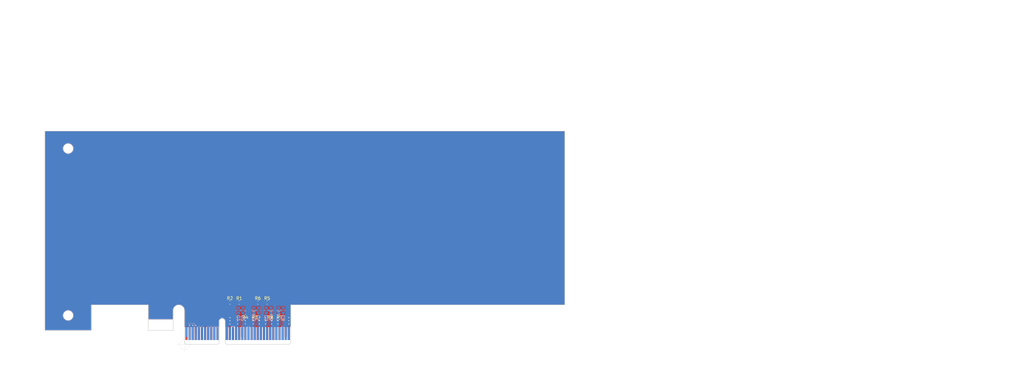
<source format=kicad_pcb>
(kicad_pcb (version 20171130) (host pcbnew 5.1.3-ffb9f22~84~ubuntu16.04.1)

  (general
    (thickness 1.6)
    (drawings 34)
    (tracks 113)
    (zones 0)
    (modules 18)
    (nets 47)
  )

  (page B)
  (title_block
    (title PCIexpress_x16_full)
    (company "Author: Luca Anastasio")
  )

  (layers
    (0 F.Cu power)
    (1 In1.Cu power)
    (2 In2.Cu power)
    (31 B.Cu power)
    (32 B.Adhes user)
    (33 F.Adhes user)
    (34 B.Paste user)
    (35 F.Paste user)
    (36 B.SilkS user)
    (37 F.SilkS user)
    (38 B.Mask user)
    (39 F.Mask user)
    (40 Dwgs.User user)
    (41 Cmts.User user)
    (42 Eco1.User user)
    (43 Eco2.User user)
    (44 Edge.Cuts user)
    (45 Margin user)
    (46 B.CrtYd user)
    (47 F.CrtYd user)
    (48 B.Fab user)
    (49 F.Fab user)
  )

  (setup
    (last_trace_width 0.0889)
    (user_trace_width 0.0889)
    (user_trace_width 0.127)
    (user_trace_width 0.2)
    (trace_clearance 0.0889)
    (zone_clearance 0.508)
    (zone_45_only no)
    (trace_min 0.0889)
    (via_size 0.45)
    (via_drill 0.2)
    (via_min_size 0.45)
    (via_min_drill 0.2)
    (user_via 0.45 0.2)
    (user_via 0.5 0.25)
    (user_via 0.55 0.3)
    (uvia_size 0.3)
    (uvia_drill 0.1)
    (uvias_allowed no)
    (uvia_min_size 0.2)
    (uvia_min_drill 0.1)
    (edge_width 0.05)
    (segment_width 0.2)
    (pcb_text_width 0.3)
    (pcb_text_size 1.5 1.5)
    (mod_edge_width 0.12)
    (mod_text_size 1 1)
    (mod_text_width 0.15)
    (pad_size 1.524 1.524)
    (pad_drill 0.762)
    (pad_to_mask_clearance 0.051)
    (solder_mask_min_width 0.25)
    (aux_axis_origin 109.625 194.125)
    (grid_origin 109.625 194.125)
    (visible_elements FFFDFFFF)
    (pcbplotparams
      (layerselection 0x010fc_ffffffff)
      (usegerberextensions false)
      (usegerberattributes false)
      (usegerberadvancedattributes false)
      (creategerberjobfile false)
      (excludeedgelayer true)
      (linewidth 0.100000)
      (plotframeref false)
      (viasonmask false)
      (mode 1)
      (useauxorigin false)
      (hpglpennumber 1)
      (hpglpenspeed 20)
      (hpglpendiameter 15.000000)
      (psnegative false)
      (psa4output false)
      (plotreference true)
      (plotvalue true)
      (plotinvisibletext false)
      (padsonsilk false)
      (subtractmaskfromsilk false)
      (outputformat 1)
      (mirror false)
      (drillshape 1)
      (scaleselection 1)
      (outputdirectory ""))
  )

  (net 0 "")
  (net 1 GND)
  (net 2 "Net-(J2-PadA32)")
  (net 3 "Net-(J2-PadA19)")
  (net 4 +12V)
  (net 5 +3V3)
  (net 6 +3.3VA)
  (net 7 "Net-(J2-PadB12)")
  (net 8 "Net-(J2-PadB30)")
  (net 9 /PER0_P)
  (net 10 /PER0_N)
  (net 11 /PER1_P)
  (net 12 /PER1_N)
  (net 13 /PER2_P)
  (net 14 /PER2_N)
  (net 15 /PER3_P)
  (net 16 /PER3_N)
  (net 17 /~PRSNT2x4)
  (net 18 /PET3_N)
  (net 19 /PET3_P)
  (net 20 /PET2_N)
  (net 21 /PET2_P)
  (net 22 /PET1_N)
  (net 23 /PET1_P)
  (net 24 /SMCLK)
  (net 25 /SMDAT)
  (net 26 /~TRST)
  (net 27 /~WAKE)
  (net 28 /PET0_P)
  (net 29 /PET0_N)
  (net 30 /~PRSNT2x1)
  (net 31 /~PRSNT1)
  (net 32 /TCK)
  (net 33 /TDI)
  (net 34 /TDO)
  (net 35 /TMS)
  (net 36 /~PERST)
  (net 37 /REFCLK-)
  (net 38 /REFCLK+)
  (net 39 /PCIexpress_connector/_PER0_P)
  (net 40 /PCIexpress_connector/_PER0_N)
  (net 41 /PCIexpress_connector/_PER1_P)
  (net 42 /PCIexpress_connector/_PER1_N)
  (net 43 /PCIexpress_connector/_PER2_P)
  (net 44 /PCIexpress_connector/_PER2_N)
  (net 45 /PCIexpress_connector/_PER3_P)
  (net 46 /PCIexpress_connector/_PER3_N)

  (net_class Default "This is the default net class."
    (clearance 0.0889)
    (trace_width 0.0889)
    (via_dia 0.45)
    (via_drill 0.2)
    (uvia_dia 0.3)
    (uvia_drill 0.1)
    (diff_pair_width 0.2)
    (diff_pair_gap 0.2)
    (add_net +12V)
    (add_net +3.3VA)
    (add_net +3V3)
    (add_net /SMCLK)
    (add_net /SMDAT)
    (add_net /TCK)
    (add_net /TDI)
    (add_net /TDO)
    (add_net /TMS)
    (add_net /~PERST)
    (add_net /~PRSNT1)
    (add_net /~PRSNT2x1)
    (add_net /~PRSNT2x4)
    (add_net /~TRST)
    (add_net /~WAKE)
    (add_net GND)
    (add_net "Net-(J2-PadA19)")
    (add_net "Net-(J2-PadA32)")
    (add_net "Net-(J2-PadB12)")
    (add_net "Net-(J2-PadB30)")
  )

  (net_class Diff-100-PCIe ""
    (clearance 0.2)
    (trace_width 0.0889)
    (via_dia 0.45)
    (via_drill 0.2)
    (uvia_dia 0.3)
    (uvia_drill 0.1)
    (diff_pair_width 0.2)
    (diff_pair_gap 0.2)
    (add_net /PCIexpress_connector/_PER0_N)
    (add_net /PCIexpress_connector/_PER0_P)
    (add_net /PCIexpress_connector/_PER1_N)
    (add_net /PCIexpress_connector/_PER1_P)
    (add_net /PCIexpress_connector/_PER2_N)
    (add_net /PCIexpress_connector/_PER2_P)
    (add_net /PCIexpress_connector/_PER3_N)
    (add_net /PCIexpress_connector/_PER3_P)
    (add_net /PER0_N)
    (add_net /PER0_P)
    (add_net /PER1_N)
    (add_net /PER1_P)
    (add_net /PER2_N)
    (add_net /PER2_P)
    (add_net /PER3_N)
    (add_net /PER3_P)
    (add_net /PET0_N)
    (add_net /PET0_P)
    (add_net /PET1_N)
    (add_net /PET1_P)
    (add_net /PET2_N)
    (add_net /PET2_P)
    (add_net /PET3_N)
    (add_net /PET3_P)
    (add_net /REFCLK+)
    (add_net /REFCLK-)
  )

  (net_class JLC2313-100d-3.5 ""
    (clearance 0.1)
    (trace_width 0.0889)
    (via_dia 0.45)
    (via_drill 0.2)
    (uvia_dia 0.3)
    (uvia_drill 0.1)
    (diff_pair_width 0.0889)
    (diff_pair_gap 0.1016)
  )

  (net_class JLC2313-100d-4 ""
    (clearance 0.1)
    (trace_width 0.0889)
    (via_dia 0.45)
    (via_drill 0.2)
    (uvia_dia 0.3)
    (uvia_drill 0.1)
    (diff_pair_width 0.1016)
    (diff_pair_gap 0.127)
  )

  (net_class JLC7628-100d-8 ""
    (clearance 0.2)
    (trace_width 0.0889)
    (via_dia 0.45)
    (via_drill 0.2)
    (uvia_dia 0.3)
    (uvia_drill 0.1)
    (diff_pair_width 0.2032)
    (diff_pair_gap 0.2032)
  )

  (module PCIexpress:PCIexpress_bracket_low (layer F.Cu) (tedit 5D3388A6) (tstamp 5D3B1558)
    (at 109.625 194.125)
    (descr "PCIexpress low profile bracket")
    (tags "PCIexpress bracket")
    (path /5D508B15/5D51ADA7)
    (attr virtual)
    (fp_text reference J1 (at 0 -19.75) (layer F.SilkS) hide
      (effects (font (size 1 1) (thickness 0.15)))
    )
    (fp_text value PCIexpress_bracket (at 0 -23) (layer F.Fab)
      (effects (font (size 1 1) (thickness 0.15)))
    )
    (fp_line (start -34.01 -67.225) (end -46.18 -67.225) (layer Dwgs.User) (width 0.12))
    (fp_line (start -32.74 -65.955) (end -32.74 -60.545) (layer Dwgs.User) (width 0.12))
    (fp_arc (start -34.01 -65.955) (end -32.74 -65.955) (angle -90) (layer Dwgs.User) (width 0.12))
    (fp_arc (start -34.01 -60.545) (end -34.01 -59.275) (angle -90) (layer Dwgs.User) (width 0.12))
    (fp_line (start -34.01 -59.275) (end -46.18 -59.275) (layer Dwgs.User) (width 0.12))
    (fp_circle (center -37.65 -63.25) (end -36.05 -63.25) (layer Dwgs.User) (width 0.12))
    (fp_circle (center -37.65 -9.35) (end -36.05 -9.35) (layer Dwgs.User) (width 0.12))
    (fp_line (start -46.18 6.059293) (end -46.62188 11.11) (layer Dwgs.User) (width 0.12))
    (fp_line (start -47.04 6.059293) (end -47.48188 11.11) (layer Dwgs.User) (width 0.12))
    (fp_line (start -34.01 -5.375) (end -46.18 -5.375) (layer Dwgs.User) (width 0.12))
    (fp_arc (start -34.01 -6.645) (end -34.01 -5.375) (angle -90) (layer Dwgs.User) (width 0.12))
    (fp_arc (start -34.01 -12.055) (end -32.74 -12.055) (angle -90) (layer Dwgs.User) (width 0.12))
    (fp_line (start -32.74 -12.055) (end -32.74 -6.645) (layer Dwgs.User) (width 0.12))
    (fp_line (start -34.01 -13.325) (end -46.18 -13.325) (layer Dwgs.User) (width 0.12))
    (fp_line (start -58.88 -68.11) (end -58.88 -68.97) (layer Dwgs.User) (width 0.12))
    (fp_line (start -47.04 -68.97) (end -58.88 -68.97) (layer Dwgs.User) (width 0.12))
    (fp_line (start -47.04 -68.09) (end -58.88 -68.09) (layer Dwgs.User) (width 0.12))
    (fp_arc (start -47.04 -68.11) (end -46.18 -68.11) (angle -90) (layer Dwgs.User) (width 0.12))
    (fp_line (start -47.04 -68.09) (end -47.04 6.059293) (layer Dwgs.User) (width 0.12))
    (fp_line (start -47.48188 11.11) (end -46.62188 11.11) (layer Dwgs.User) (width 0.12))
    (fp_line (start -46.18 -68.11) (end -46.18 6.059293) (layer Dwgs.User) (width 0.12))
    (fp_circle (center -37.65 -9.35) (end -36.05 -9.35) (layer Dwgs.User) (width 0.12))
    (model ${KIPRJMOD}/../Library/PCIexpress.3dshapes/PCIexpress_bracket_low.step
      (offset (xyz -46.18 68.09999999999999 15.86))
      (scale (xyz 1 1 1))
      (rotate (xyz 0 0 90))
    )
  )

  (module PCIexpress:PCIexpress_x4 (layer F.Cu) (tedit 5D338A2E) (tstamp 5D4F2F64)
    (at 109.625 194.125)
    (descr "PCIexpress x4 footprint")
    (tags PCIexpress)
    (path /5D508B15/5D51070F)
    (attr virtual)
    (fp_text reference J2 (at 0 -19.75) (layer F.SilkS) hide
      (effects (font (size 1 1) (thickness 0.15)))
    )
    (fp_text value PCIexpress_x4 (at 0 -23) (layer F.Fab)
      (effects (font (size 1 1) (thickness 0.15)))
    )
    (fp_text user "Keep out components and traces both sides" (at 264.25 -65.25 90) (layer Cmts.User)
      (effects (font (size 1 1) (thickness 0.15)))
    )
    (fp_text user %R (at 0 -17.5) (layer F.Fab)
      (effects (font (size 1 1) (thickness 0.15)))
    )
    (fp_line (start 0.35 0) (end 10.55 0) (layer Dwgs.User) (width 0.12))
    (fp_line (start 11.05 -7.45) (end 11.05 -0.5) (layer Dwgs.User) (width 0.12))
    (fp_line (start 12.95 -7.45) (end 12.95 -0.5) (layer Dwgs.User) (width 0.12))
    (fp_arc (start 12 -7.45) (end 11.05 -7.45) (angle 180) (layer Dwgs.User) (width 0.12))
    (fp_line (start 11.05 -0.5) (end 10.55 0) (layer Dwgs.User) (width 0.12))
    (fp_line (start 12.95 -0.5) (end 13.45 0) (layer Dwgs.User) (width 0.12))
    (fp_line (start 13.45 0) (end 33.65 0) (layer Dwgs.User) (width 0.12))
    (fp_line (start -0.15 -0.5) (end -0.15 -10.925) (layer Dwgs.User) (width 0.12))
    (fp_line (start 34.15 -0.5) (end 34.15 -12.75) (layer Dwgs.User) (width 0.12))
    (fp_line (start -0.15 -0.5) (end 0.35 0) (layer Dwgs.User) (width 0.12))
    (fp_line (start 34.15 -0.5) (end 33.65 0) (layer Dwgs.User) (width 0.12))
    (fp_poly (pts (xy -0.25 -5.5) (xy 34.25 -5.5) (xy 34.25 0) (xy -0.25 0)) (layer F.Mask) (width 0.2))
    (fp_poly (pts (xy -0.25 -5.5) (xy 34.25 -5.5) (xy 34.25 0) (xy -0.25 0)) (layer B.Mask) (width 0.2))
    (fp_arc (start -1.975 -10.925) (end -0.15 -10.925) (angle -180) (layer Dwgs.User) (width 0.12))
    (fp_line (start -11.8 -4.5) (end -3.8 -4.5) (layer Dwgs.User) (width 0.12))
    (fp_line (start -3.8 -4.5) (end -3.8 -10.925) (layer Dwgs.User) (width 0.12))
    (fp_line (start -11.8 -4.5) (end -11.8 -12.75) (layer Dwgs.User) (width 0.12))
    (fp_line (start -30.15 -12.75) (end -11.8 -12.75) (layer Dwgs.User) (width 0.12))
    (fp_line (start -30.15 -4.5) (end -30.15 -12.75) (layer Dwgs.User) (width 0.12))
    (fp_line (start -30.15 -4.5) (end -45.15 -4.5) (layer Dwgs.User) (width 0.12))
    (fp_line (start 34.15 -12.75) (end 122.5027 -12.75) (layer Dwgs.User) (width 0.12))
    (fp_line (start -45.15 -111.15) (end 122.5 -111.15) (layer Dwgs.User) (width 0.12))
    (fp_line (start 122.5 -111.15) (end 122.5 -12.75) (layer Dwgs.User) (width 0.12))
    (fp_line (start -45.15 -111.15) (end -45.15 -4.5) (layer Dwgs.User) (width 0.12))
    (fp_line (start -45.15 -68.9) (end 122.5 -68.9) (layer Dwgs.User) (width 0.12))
    (fp_text user "Low profile max height" (at 39.25 -71) (layer Cmts.User)
      (effects (font (size 2 2) (thickness 0.25)))
    )
    (fp_text user "Full height max" (at 36.75 -108.25) (layer Cmts.User)
      (effects (font (size 2 2) (thickness 0.25)))
    )
    (fp_text user "Half length max" (at 124.5 -72.25 90) (layer Cmts.User)
      (effects (font (size 2 2) (thickness 0.25)))
    )
    (fp_circle (center -37.65 -9.35) (end -36.05 -9.35) (layer Dwgs.User) (width 0.12))
    (fp_line (start -11.8 -8) (end -3.8 -8) (layer Dwgs.User) (width 0.12))
    (fp_text user "Keep Out Cu" (at -7.75 -3.5) (layer Cmts.User)
      (effects (font (size 1 1) (thickness 0.15)))
    )
    (fp_poly (pts (xy -11.8 -4.5) (xy -11.8 -8) (xy -3.8 -8) (xy -3.8 -4.5)) (layer F.Mask) (width 0))
    (fp_poly (pts (xy -11.8 -4.5) (xy -11.8 -8) (xy -3.8 -8) (xy -3.8 -4.5)) (layer B.Mask) (width 0))
    (fp_circle (center -37.65 -63.25) (end -36.05 -63.25) (layer Dwgs.User) (width 0.12))
    (fp_circle (center -37.65 -94.75) (end -36.05 -94.75) (layer Dwgs.User) (width 0.12))
    (fp_line (start 122.5027 -12.75) (end 266.8527 -12.75) (layer Dwgs.User) (width 0.12))
    (fp_line (start 122.5 -111.15) (end 266.85 -111.15) (layer Dwgs.User) (width 0.12))
    (fp_line (start 266.85 -111.15) (end 266.8527 -12.75) (layer Dwgs.User) (width 0.12))
    (fp_text user "Full length max" (at 269 -74 90) (layer Cmts.User)
      (effects (font (size 2 2) (thickness 0.25)))
    )
    (fp_line (start -0.15 -10.925) (end -0.15 -13.75) (layer Dwgs.User) (width 0.12))
    (fp_line (start -0.15 -13.75) (end -45.15 -13.75) (layer Dwgs.User) (width 0.12))
    (fp_line (start 34.15 -12.75) (end 34.15 -13.75) (layer Dwgs.User) (width 0.12))
    (fp_text user "Keep out components and traces both sides" (at -21.75 -12) (layer Cmts.User)
      (effects (font (size 1 1) (thickness 0.15)))
    )
    (fp_line (start -45.15 -58.5) (end -32.45 -58.5) (layer Dwgs.User) (width 0.12))
    (fp_line (start -32.45 -58.5) (end -32.45 -67.9) (layer Dwgs.User) (width 0.12))
    (fp_line (start -32.45 -110.15) (end 92 -110.15) (layer Dwgs.User) (width 0.12))
    (fp_line (start 34.15 -13.75) (end 121.5 -13.75) (layer Dwgs.User) (width 0.12))
    (fp_line (start 92 -110.15) (end 92 -108.15) (layer Dwgs.User) (width 0.12))
    (fp_line (start 92 -108.15) (end 117.42 -108.15) (layer Dwgs.User) (width 0.12))
    (fp_line (start 121.5 -67.9) (end 121.5 -13.75) (layer Dwgs.User) (width 0.12))
    (fp_line (start -44.15 -58.5) (end -44.15 -13.75) (layer Dwgs.User) (width 0.12))
    (fp_text user "Keep out components and traces solder side" (at -44.75 -36 90) (layer Cmts.User)
      (effects (font (size 1 1) (thickness 0.15)))
    )
    (fp_text user "Keep out components and traces both sides" (at 121.893243 -40.134926 90) (layer Cmts.User)
      (effects (font (size 1 1) (thickness 0.15)))
    )
    (fp_line (start -32.45 -67.9) (end 121.5 -67.9) (layer Dwgs.User) (width 0.12))
    (fp_line (start -45.15 -89.7) (end -32.45 -89.7) (layer Dwgs.User) (width 0.12))
    (fp_line (start -32.45 -110.15) (end -32.45 -89.7) (layer Dwgs.User) (width 0.12))
    (fp_line (start 117.42 -108.15) (end 117.42 -13.75) (layer Dwgs.User) (width 0.12))
    (fp_text user "Keep out components and traces both sides" (at 120 -87.75 90) (layer Cmts.User)
      (effects (font (size 1 1) (thickness 0.15)))
    )
    (fp_line (start -40.07 -13.75) (end -40.07 -89.7) (layer Dwgs.User) (width 0.12))
    (fp_text user "Keep out components and traces solder side" (at -42.25 -77.5 180) (layer Cmts.User)
      (effects (font (size 1 1) (thickness 0.15)))
    )
    (fp_text user "Max component height: solder side 2,67mm component side 14,49mm" (at 40 -44.25) (layer Cmts.User)
      (effects (font (size 2 2) (thickness 0.25)))
    )
    (fp_line (start 96.9 -14.1) (end 96.9 -13.75) (layer Dwgs.User) (width 0.12))
    (fp_line (start 96.9 -14.1) (end 105.05 -14.1) (layer Dwgs.User) (width 0.12))
    (fp_line (start 105.05 -14.1) (end 105.05 -16.1) (layer Dwgs.User) (width 0.12))
    (fp_line (start 105.05 -16.1) (end 110.3 -16.1) (layer Dwgs.User) (width 0.12))
    (fp_line (start 110.3 -16.1) (end 110.3 -13.75) (layer Dwgs.User) (width 0.12))
    (fp_text user "Keep out components and traces component side" (at 107.75 -9 180) (layer Cmts.User)
      (effects (font (size 1 1) (thickness 0.15)))
    )
    (fp_line (start 107.5 -10) (end 107.5 -15) (layer Cmts.User) (width 0.12))
    (fp_line (start 107.5 -15) (end 107 -14.5) (layer Cmts.User) (width 0.12))
    (fp_line (start 107.5 -15) (end 108 -14.5) (layer Cmts.User) (width 0.12))
    (fp_line (start 122.5 -108.15) (end 256.65 -108.15) (layer Dwgs.User) (width 0.12))
    (fp_line (start 256.65 -108.15) (end 256.65 -99.7) (layer Dwgs.User) (width 0.12))
    (fp_line (start 122.5 -13.75) (end 256.65 -13.75) (layer Dwgs.User) (width 0.12))
    (fp_line (start 256.65 -13.75) (end 256.65 -22.9) (layer Dwgs.User) (width 0.12))
    (fp_line (start 256.65 -22.9) (end 261.77 -22.9) (layer Dwgs.User) (width 0.12))
    (fp_line (start 256.65 -99.7) (end 261.77 -99.7) (layer Dwgs.User) (width 0.12))
    (fp_line (start 261.77 -99.7) (end 261.77 -22.9) (layer Dwgs.User) (width 0.12))
    (fp_circle (center 261.77 -16.6) (end 263.37 -16.6) (layer Dwgs.User) (width 0.12))
    (fp_circle (center 261.77 -106.13) (end 263.37 -106.13) (layer Dwgs.User) (width 0.12))
    (pad A32 connect rect (at 33.5 -3.5) (size 0.7 4.2) (layers B.Cu)
      (net 2 "Net-(J2-PadA32)"))
    (pad A31 connect rect (at 32.5 -3.5) (size 0.7 4.2) (layers B.Cu)
      (net 1 GND))
    (pad A30 connect rect (at 31.5 -3.5) (size 0.7 4.2) (layers B.Cu)
      (net 46 /PCIexpress_connector/_PER3_N))
    (pad A29 connect rect (at 30.5 -3.5) (size 0.7 4.2) (layers B.Cu)
      (net 45 /PCIexpress_connector/_PER3_P))
    (pad A28 connect rect (at 29.5 -3.5) (size 0.7 4.2) (layers B.Cu)
      (net 1 GND))
    (pad A27 connect rect (at 28.5 -3.5) (size 0.7 4.2) (layers B.Cu)
      (net 1 GND))
    (pad A26 connect rect (at 27.5 -3.5) (size 0.7 4.2) (layers B.Cu)
      (net 44 /PCIexpress_connector/_PER2_N))
    (pad A25 connect rect (at 26.5 -3.5) (size 0.7 4.2) (layers B.Cu)
      (net 43 /PCIexpress_connector/_PER2_P))
    (pad A24 connect rect (at 25.5 -3.5) (size 0.7 4.2) (layers B.Cu)
      (net 1 GND))
    (pad A23 connect rect (at 24.5 -3.5) (size 0.7 4.2) (layers B.Cu)
      (net 1 GND))
    (pad A22 connect rect (at 23.5 -3.5) (size 0.7 4.2) (layers B.Cu)
      (net 42 /PCIexpress_connector/_PER1_N))
    (pad A21 connect rect (at 22.5 -3.5) (size 0.7 4.2) (layers B.Cu)
      (net 41 /PCIexpress_connector/_PER1_P))
    (pad A20 connect rect (at 21.5 -3.5) (size 0.7 4.2) (layers B.Cu)
      (net 1 GND))
    (pad B32 connect rect (at 33.5 -3.5) (size 0.7 4.2) (layers F.Cu)
      (net 1 GND))
    (pad B31 connect rect (at 32.5 -4) (size 0.7 3.2) (layers F.Cu)
      (net 17 /~PRSNT2x4))
    (pad B30 connect rect (at 31.5 -3.5) (size 0.7 4.2) (layers F.Cu)
      (net 8 "Net-(J2-PadB30)"))
    (pad B29 connect rect (at 30.5 -3.5) (size 0.7 4.2) (layers F.Cu)
      (net 1 GND))
    (pad B28 connect rect (at 29.5 -3.5) (size 0.7 4.2) (layers F.Cu)
      (net 18 /PET3_N))
    (pad B27 connect rect (at 28.5 -3.5) (size 0.7 4.2) (layers F.Cu)
      (net 19 /PET3_P))
    (pad B26 connect rect (at 27.5 -3.5) (size 0.7 4.2) (layers F.Cu)
      (net 1 GND))
    (pad B25 connect rect (at 26.5 -3.5) (size 0.7 4.2) (layers F.Cu)
      (net 1 GND))
    (pad B24 connect rect (at 25.5 -3.5) (size 0.7 4.2) (layers F.Cu)
      (net 20 /PET2_N))
    (pad B23 connect rect (at 24.5 -3.5) (size 0.7 4.2) (layers F.Cu)
      (net 21 /PET2_P))
    (pad B22 connect rect (at 23.5 -3.5) (size 0.7 4.2) (layers F.Cu)
      (net 1 GND))
    (pad B21 connect rect (at 22.5 -3.5) (size 0.7 4.2) (layers F.Cu)
      (net 1 GND))
    (pad B20 connect rect (at 21.5 -3.5) (size 0.7 4.2) (layers F.Cu)
      (net 22 /PET1_N))
    (pad A19 connect rect (at 20.5 -3.5) (size 0.7 4.2) (layers B.Cu)
      (net 3 "Net-(J2-PadA19)"))
    (pad B19 connect rect (at 20.5 -3.5) (size 0.7 4.2) (layers F.Cu)
      (net 23 /PET1_P))
    (pad B1 connect rect (at 0.5 -3.5) (size 0.7 4.2) (layers F.Cu)
      (net 4 +12V))
    (pad B2 connect rect (at 1.5 -3.5) (size 0.7 4.2) (layers F.Cu)
      (net 4 +12V))
    (pad B3 connect rect (at 2.5 -3.5) (size 0.7 4.2) (layers F.Cu)
      (net 4 +12V))
    (pad B4 connect rect (at 3.5 -3.5) (size 0.7 4.2) (layers F.Cu)
      (net 1 GND))
    (pad B5 connect rect (at 4.5 -3.5) (size 0.7 4.2) (layers F.Cu)
      (net 24 /SMCLK))
    (pad B6 connect rect (at 5.5 -3.5) (size 0.7 4.2) (layers F.Cu)
      (net 25 /SMDAT))
    (pad B7 connect rect (at 6.5 -3.5) (size 0.7 4.2) (layers F.Cu)
      (net 1 GND))
    (pad B8 connect rect (at 7.5 -3.5) (size 0.7 4.2) (layers F.Cu)
      (net 5 +3V3))
    (pad B9 connect rect (at 8.5 -3.5) (size 0.7 4.2) (layers F.Cu)
      (net 26 /~TRST))
    (pad B10 connect rect (at 9.5 -3.5) (size 0.7 4.2) (layers F.Cu)
      (net 6 +3.3VA))
    (pad B11 connect rect (at 10.5 -3.5) (size 0.7 4.2) (layers F.Cu)
      (net 27 /~WAKE))
    (pad B14 connect rect (at 15.5 -3.5) (size 0.7 4.2) (layers F.Cu)
      (net 28 /PET0_P))
    (pad B15 connect rect (at 16.5 -3.5) (size 0.7 4.2) (layers F.Cu)
      (net 29 /PET0_N))
    (pad B16 connect rect (at 17.5 -3.5) (size 0.7 4.2) (layers F.Cu)
      (net 1 GND))
    (pad B17 connect rect (at 18.5 -4) (size 0.7 3.2) (layers F.Cu)
      (net 30 /~PRSNT2x1))
    (pad B18 connect rect (at 19.5 -3.5) (size 0.7 4.2) (layers F.Cu)
      (net 1 GND))
    (pad B12 connect rect (at 13.5 -3.5) (size 0.7 4.2) (layers F.Cu)
      (net 7 "Net-(J2-PadB12)"))
    (pad B13 connect rect (at 14.5 -3.5) (size 0.7 4.2) (layers F.Cu)
      (net 1 GND))
    (pad A1 connect rect (at 0.5 -4) (size 0.7 3.2) (layers B.Cu)
      (net 31 /~PRSNT1))
    (pad A2 connect rect (at 1.5 -3.5) (size 0.7 4.2) (layers B.Cu)
      (net 4 +12V))
    (pad A3 connect rect (at 2.5 -3.5) (size 0.7 4.2) (layers B.Cu)
      (net 4 +12V))
    (pad A4 connect rect (at 3.5 -3.5) (size 0.7 4.2) (layers B.Cu)
      (net 1 GND))
    (pad A5 connect rect (at 4.5 -3.5) (size 0.7 4.2) (layers B.Cu)
      (net 32 /TCK))
    (pad A6 connect rect (at 5.5 -3.5) (size 0.7 4.2) (layers B.Cu)
      (net 33 /TDI))
    (pad A7 connect rect (at 6.5 -3.5) (size 0.7 4.2) (layers B.Cu)
      (net 34 /TDO))
    (pad A8 connect rect (at 7.5 -3.5) (size 0.7 4.2) (layers B.Cu)
      (net 35 /TMS))
    (pad A9 connect rect (at 8.5 -3.5) (size 0.7 4.2) (layers B.Cu)
      (net 5 +3V3))
    (pad A10 connect rect (at 9.5 -3.5) (size 0.7 4.2) (layers B.Cu)
      (net 5 +3V3))
    (pad A11 connect rect (at 10.5 -3.5) (size 0.7 4.2) (layers B.Cu)
      (net 36 /~PERST))
    (pad A14 connect rect (at 15.5 -3.5) (size 0.7 4.2) (layers B.Cu)
      (net 37 /REFCLK-))
    (pad A15 connect rect (at 16.5 -3.5) (size 0.7 4.2) (layers B.Cu)
      (net 1 GND))
    (pad A16 connect rect (at 17.5 -3.5) (size 0.7 4.2) (layers B.Cu)
      (net 39 /PCIexpress_connector/_PER0_P))
    (pad A17 connect rect (at 18.5 -3.5) (size 0.7 4.2) (layers B.Cu)
      (net 40 /PCIexpress_connector/_PER0_N))
    (pad A18 connect rect (at 19.5 -3.5) (size 0.7 4.2) (layers B.Cu)
      (net 1 GND))
    (pad A12 connect rect (at 13.5 -3.5) (size 0.7 4.2) (layers B.Cu)
      (net 1 GND))
    (pad A13 connect rect (at 14.5 -3.5) (size 0.7 4.2) (layers B.Cu)
      (net 38 /REFCLK+))
  )

  (module Resistor_SMD:R_0603_1608Metric (layer F.Cu) (tedit 5B301BBD) (tstamp 5D3B9F6E)
    (at 137.125 183.875 180)
    (descr "Resistor SMD 0603 (1608 Metric), square (rectangular) end terminal, IPC_7351 nominal, (Body size source: http://www.tortai-tech.com/upload/download/2011102023233369053.pdf), generated with kicad-footprint-generator")
    (tags resistor)
    (path /5D508B15/5D76CFC3/5D52E298)
    (attr smd)
    (fp_text reference R8 (at 0 -1.5) (layer F.SilkS)
      (effects (font (size 1 1) (thickness 0.15)))
    )
    (fp_text value 49.9 (at 0 1.43) (layer F.Fab)
      (effects (font (size 1 1) (thickness 0.15)))
    )
    (fp_text user %R (at 0 0) (layer F.Fab)
      (effects (font (size 0.4 0.4) (thickness 0.06)))
    )
    (fp_line (start 1.48 0.73) (end -1.48 0.73) (layer F.CrtYd) (width 0.05))
    (fp_line (start 1.48 -0.73) (end 1.48 0.73) (layer F.CrtYd) (width 0.05))
    (fp_line (start -1.48 -0.73) (end 1.48 -0.73) (layer F.CrtYd) (width 0.05))
    (fp_line (start -1.48 0.73) (end -1.48 -0.73) (layer F.CrtYd) (width 0.05))
    (fp_line (start -0.162779 0.51) (end 0.162779 0.51) (layer F.SilkS) (width 0.12))
    (fp_line (start -0.162779 -0.51) (end 0.162779 -0.51) (layer F.SilkS) (width 0.12))
    (fp_line (start 0.8 0.4) (end -0.8 0.4) (layer F.Fab) (width 0.1))
    (fp_line (start 0.8 -0.4) (end 0.8 0.4) (layer F.Fab) (width 0.1))
    (fp_line (start -0.8 -0.4) (end 0.8 -0.4) (layer F.Fab) (width 0.1))
    (fp_line (start -0.8 0.4) (end -0.8 -0.4) (layer F.Fab) (width 0.1))
    (pad 2 smd roundrect (at 0.7875 0 180) (size 0.875 0.95) (layers F.Cu F.Paste F.Mask) (roundrect_rratio 0.25)
      (net 1 GND))
    (pad 1 smd roundrect (at -0.7875 0 180) (size 0.875 0.95) (layers F.Cu F.Paste F.Mask) (roundrect_rratio 0.25)
      (net 19 /PET3_P))
    (model ${KISYS3DMOD}/Resistor_SMD.3dshapes/R_0603_1608Metric.wrl
      (at (xyz 0 0 0))
      (scale (xyz 1 1 1))
      (rotate (xyz 0 0 0))
    )
  )

  (module Resistor_SMD:R_0603_1608Metric (layer F.Cu) (tedit 5B301BBD) (tstamp 5D3B9F5D)
    (at 140.125 183.875)
    (descr "Resistor SMD 0603 (1608 Metric), square (rectangular) end terminal, IPC_7351 nominal, (Body size source: http://www.tortai-tech.com/upload/download/2011102023233369053.pdf), generated with kicad-footprint-generator")
    (tags resistor)
    (path /5D508B15/5D76CFC3/5D52DCBC)
    (attr smd)
    (fp_text reference R7 (at 0 1.5) (layer F.SilkS)
      (effects (font (size 1 1) (thickness 0.15)))
    )
    (fp_text value 49.9 (at 0 1.43) (layer F.Fab)
      (effects (font (size 1 1) (thickness 0.15)))
    )
    (fp_text user %R (at 0 0) (layer F.Fab)
      (effects (font (size 0.4 0.4) (thickness 0.06)))
    )
    (fp_line (start 1.48 0.73) (end -1.48 0.73) (layer F.CrtYd) (width 0.05))
    (fp_line (start 1.48 -0.73) (end 1.48 0.73) (layer F.CrtYd) (width 0.05))
    (fp_line (start -1.48 -0.73) (end 1.48 -0.73) (layer F.CrtYd) (width 0.05))
    (fp_line (start -1.48 0.73) (end -1.48 -0.73) (layer F.CrtYd) (width 0.05))
    (fp_line (start -0.162779 0.51) (end 0.162779 0.51) (layer F.SilkS) (width 0.12))
    (fp_line (start -0.162779 -0.51) (end 0.162779 -0.51) (layer F.SilkS) (width 0.12))
    (fp_line (start 0.8 0.4) (end -0.8 0.4) (layer F.Fab) (width 0.1))
    (fp_line (start 0.8 -0.4) (end 0.8 0.4) (layer F.Fab) (width 0.1))
    (fp_line (start -0.8 -0.4) (end 0.8 -0.4) (layer F.Fab) (width 0.1))
    (fp_line (start -0.8 0.4) (end -0.8 -0.4) (layer F.Fab) (width 0.1))
    (pad 2 smd roundrect (at 0.7875 0) (size 0.875 0.95) (layers F.Cu F.Paste F.Mask) (roundrect_rratio 0.25)
      (net 1 GND))
    (pad 1 smd roundrect (at -0.7875 0) (size 0.875 0.95) (layers F.Cu F.Paste F.Mask) (roundrect_rratio 0.25)
      (net 18 /PET3_N))
    (model ${KISYS3DMOD}/Resistor_SMD.3dshapes/R_0603_1608Metric.wrl
      (at (xyz 0 0 0))
      (scale (xyz 1 1 1))
      (rotate (xyz 0 0 0))
    )
  )

  (module Resistor_SMD:R_0603_1608Metric (layer F.Cu) (tedit 5B301BBD) (tstamp 5D3B9F4C)
    (at 133.125 180.625 180)
    (descr "Resistor SMD 0603 (1608 Metric), square (rectangular) end terminal, IPC_7351 nominal, (Body size source: http://www.tortai-tech.com/upload/download/2011102023233369053.pdf), generated with kicad-footprint-generator")
    (tags resistor)
    (path /5D508B15/5D761049/5D52E298)
    (attr smd)
    (fp_text reference R6 (at 0 1.375) (layer F.SilkS)
      (effects (font (size 1 1) (thickness 0.15)))
    )
    (fp_text value 49.9 (at 0 1.43) (layer F.Fab)
      (effects (font (size 1 1) (thickness 0.15)))
    )
    (fp_text user %R (at 0 0) (layer F.Fab)
      (effects (font (size 0.4 0.4) (thickness 0.06)))
    )
    (fp_line (start 1.48 0.73) (end -1.48 0.73) (layer F.CrtYd) (width 0.05))
    (fp_line (start 1.48 -0.73) (end 1.48 0.73) (layer F.CrtYd) (width 0.05))
    (fp_line (start -1.48 -0.73) (end 1.48 -0.73) (layer F.CrtYd) (width 0.05))
    (fp_line (start -1.48 0.73) (end -1.48 -0.73) (layer F.CrtYd) (width 0.05))
    (fp_line (start -0.162779 0.51) (end 0.162779 0.51) (layer F.SilkS) (width 0.12))
    (fp_line (start -0.162779 -0.51) (end 0.162779 -0.51) (layer F.SilkS) (width 0.12))
    (fp_line (start 0.8 0.4) (end -0.8 0.4) (layer F.Fab) (width 0.1))
    (fp_line (start 0.8 -0.4) (end 0.8 0.4) (layer F.Fab) (width 0.1))
    (fp_line (start -0.8 -0.4) (end 0.8 -0.4) (layer F.Fab) (width 0.1))
    (fp_line (start -0.8 0.4) (end -0.8 -0.4) (layer F.Fab) (width 0.1))
    (pad 2 smd roundrect (at 0.7875 0 180) (size 0.875 0.95) (layers F.Cu F.Paste F.Mask) (roundrect_rratio 0.25)
      (net 1 GND))
    (pad 1 smd roundrect (at -0.7875 0 180) (size 0.875 0.95) (layers F.Cu F.Paste F.Mask) (roundrect_rratio 0.25)
      (net 21 /PET2_P))
    (model ${KISYS3DMOD}/Resistor_SMD.3dshapes/R_0603_1608Metric.wrl
      (at (xyz 0 0 0))
      (scale (xyz 1 1 1))
      (rotate (xyz 0 0 0))
    )
  )

  (module Resistor_SMD:R_0603_1608Metric (layer F.Cu) (tedit 5B301BBD) (tstamp 5D3B9F3B)
    (at 136.125 180.625)
    (descr "Resistor SMD 0603 (1608 Metric), square (rectangular) end terminal, IPC_7351 nominal, (Body size source: http://www.tortai-tech.com/upload/download/2011102023233369053.pdf), generated with kicad-footprint-generator")
    (tags resistor)
    (path /5D508B15/5D761049/5D52DCBC)
    (attr smd)
    (fp_text reference R5 (at 0 -1.375) (layer F.SilkS)
      (effects (font (size 1 1) (thickness 0.15)))
    )
    (fp_text value 49.9 (at 0 1.43) (layer F.Fab)
      (effects (font (size 1 1) (thickness 0.15)))
    )
    (fp_text user %R (at 0 0) (layer F.Fab)
      (effects (font (size 0.4 0.4) (thickness 0.06)))
    )
    (fp_line (start 1.48 0.73) (end -1.48 0.73) (layer F.CrtYd) (width 0.05))
    (fp_line (start 1.48 -0.73) (end 1.48 0.73) (layer F.CrtYd) (width 0.05))
    (fp_line (start -1.48 -0.73) (end 1.48 -0.73) (layer F.CrtYd) (width 0.05))
    (fp_line (start -1.48 0.73) (end -1.48 -0.73) (layer F.CrtYd) (width 0.05))
    (fp_line (start -0.162779 0.51) (end 0.162779 0.51) (layer F.SilkS) (width 0.12))
    (fp_line (start -0.162779 -0.51) (end 0.162779 -0.51) (layer F.SilkS) (width 0.12))
    (fp_line (start 0.8 0.4) (end -0.8 0.4) (layer F.Fab) (width 0.1))
    (fp_line (start 0.8 -0.4) (end 0.8 0.4) (layer F.Fab) (width 0.1))
    (fp_line (start -0.8 -0.4) (end 0.8 -0.4) (layer F.Fab) (width 0.1))
    (fp_line (start -0.8 0.4) (end -0.8 -0.4) (layer F.Fab) (width 0.1))
    (pad 2 smd roundrect (at 0.7875 0) (size 0.875 0.95) (layers F.Cu F.Paste F.Mask) (roundrect_rratio 0.25)
      (net 1 GND))
    (pad 1 smd roundrect (at -0.7875 0) (size 0.875 0.95) (layers F.Cu F.Paste F.Mask) (roundrect_rratio 0.25)
      (net 20 /PET2_N))
    (model ${KISYS3DMOD}/Resistor_SMD.3dshapes/R_0603_1608Metric.wrl
      (at (xyz 0 0 0))
      (scale (xyz 1 1 1))
      (rotate (xyz 0 0 0))
    )
  )

  (module Resistor_SMD:R_0603_1608Metric (layer F.Cu) (tedit 5B301BBD) (tstamp 5D3C3012)
    (at 129.125 183.875 180)
    (descr "Resistor SMD 0603 (1608 Metric), square (rectangular) end terminal, IPC_7351 nominal, (Body size source: http://www.tortai-tech.com/upload/download/2011102023233369053.pdf), generated with kicad-footprint-generator")
    (tags resistor)
    (path /5D508B15/5D5DF906/5D52E298)
    (attr smd)
    (fp_text reference R4 (at 0 -1.5) (layer F.SilkS)
      (effects (font (size 1 1) (thickness 0.15)))
    )
    (fp_text value 49.9 (at 0 1.43) (layer F.Fab)
      (effects (font (size 1 1) (thickness 0.15)))
    )
    (fp_text user %R (at 0 0) (layer F.Fab)
      (effects (font (size 0.4 0.4) (thickness 0.06)))
    )
    (fp_line (start 1.48 0.73) (end -1.48 0.73) (layer F.CrtYd) (width 0.05))
    (fp_line (start 1.48 -0.73) (end 1.48 0.73) (layer F.CrtYd) (width 0.05))
    (fp_line (start -1.48 -0.73) (end 1.48 -0.73) (layer F.CrtYd) (width 0.05))
    (fp_line (start -1.48 0.73) (end -1.48 -0.73) (layer F.CrtYd) (width 0.05))
    (fp_line (start -0.162779 0.51) (end 0.162779 0.51) (layer F.SilkS) (width 0.12))
    (fp_line (start -0.162779 -0.51) (end 0.162779 -0.51) (layer F.SilkS) (width 0.12))
    (fp_line (start 0.8 0.4) (end -0.8 0.4) (layer F.Fab) (width 0.1))
    (fp_line (start 0.8 -0.4) (end 0.8 0.4) (layer F.Fab) (width 0.1))
    (fp_line (start -0.8 -0.4) (end 0.8 -0.4) (layer F.Fab) (width 0.1))
    (fp_line (start -0.8 0.4) (end -0.8 -0.4) (layer F.Fab) (width 0.1))
    (pad 2 smd roundrect (at 0.7875 0 180) (size 0.875 0.95) (layers F.Cu F.Paste F.Mask) (roundrect_rratio 0.25)
      (net 1 GND))
    (pad 1 smd roundrect (at -0.7875 0 180) (size 0.875 0.95) (layers F.Cu F.Paste F.Mask) (roundrect_rratio 0.25)
      (net 23 /PET1_P))
    (model ${KISYS3DMOD}/Resistor_SMD.3dshapes/R_0603_1608Metric.wrl
      (at (xyz 0 0 0))
      (scale (xyz 1 1 1))
      (rotate (xyz 0 0 0))
    )
  )

  (module Resistor_SMD:R_0603_1608Metric (layer F.Cu) (tedit 5B301BBD) (tstamp 5D3C42EE)
    (at 132.125 183.875)
    (descr "Resistor SMD 0603 (1608 Metric), square (rectangular) end terminal, IPC_7351 nominal, (Body size source: http://www.tortai-tech.com/upload/download/2011102023233369053.pdf), generated with kicad-footprint-generator")
    (tags resistor)
    (path /5D508B15/5D5DF906/5D52DCBC)
    (attr smd)
    (fp_text reference R3 (at 0 1.5) (layer F.SilkS)
      (effects (font (size 1 1) (thickness 0.15)))
    )
    (fp_text value 49.9 (at 0 1.43) (layer F.Fab)
      (effects (font (size 1 1) (thickness 0.15)))
    )
    (fp_text user %R (at 0 0) (layer F.Fab)
      (effects (font (size 0.4 0.4) (thickness 0.06)))
    )
    (fp_line (start 1.48 0.73) (end -1.48 0.73) (layer F.CrtYd) (width 0.05))
    (fp_line (start 1.48 -0.73) (end 1.48 0.73) (layer F.CrtYd) (width 0.05))
    (fp_line (start -1.48 -0.73) (end 1.48 -0.73) (layer F.CrtYd) (width 0.05))
    (fp_line (start -1.48 0.73) (end -1.48 -0.73) (layer F.CrtYd) (width 0.05))
    (fp_line (start -0.162779 0.51) (end 0.162779 0.51) (layer F.SilkS) (width 0.12))
    (fp_line (start -0.162779 -0.51) (end 0.162779 -0.51) (layer F.SilkS) (width 0.12))
    (fp_line (start 0.8 0.4) (end -0.8 0.4) (layer F.Fab) (width 0.1))
    (fp_line (start 0.8 -0.4) (end 0.8 0.4) (layer F.Fab) (width 0.1))
    (fp_line (start -0.8 -0.4) (end 0.8 -0.4) (layer F.Fab) (width 0.1))
    (fp_line (start -0.8 0.4) (end -0.8 -0.4) (layer F.Fab) (width 0.1))
    (pad 2 smd roundrect (at 0.7875 0) (size 0.875 0.95) (layers F.Cu F.Paste F.Mask) (roundrect_rratio 0.25)
      (net 1 GND))
    (pad 1 smd roundrect (at -0.7875 0) (size 0.875 0.95) (layers F.Cu F.Paste F.Mask) (roundrect_rratio 0.25)
      (net 22 /PET1_N))
    (model ${KISYS3DMOD}/Resistor_SMD.3dshapes/R_0603_1608Metric.wrl
      (at (xyz 0 0 0))
      (scale (xyz 1 1 1))
      (rotate (xyz 0 0 0))
    )
  )

  (module Capacitor_SMD:C_0603_1608Metric (layer B.Cu) (tedit 5B301BBE) (tstamp 5D3B9AF4)
    (at 141.375 183.125 90)
    (descr "Capacitor SMD 0603 (1608 Metric), square (rectangular) end terminal, IPC_7351 nominal, (Body size source: http://www.tortai-tech.com/upload/download/2011102023233369053.pdf), generated with kicad-footprint-generator")
    (tags capacitor)
    (path /5D508B15/5DBB44A0/5DAB685F)
    (attr smd)
    (fp_text reference C8 (at -2.5 0 90) (layer B.SilkS)
      (effects (font (size 1 1) (thickness 0.15)) (justify mirror))
    )
    (fp_text value 100n (at 0 -1.43 90) (layer B.Fab)
      (effects (font (size 1 1) (thickness 0.15)) (justify mirror))
    )
    (fp_text user %R (at 0 0 90) (layer B.Fab)
      (effects (font (size 0.4 0.4) (thickness 0.06)) (justify mirror))
    )
    (fp_line (start 1.48 -0.73) (end -1.48 -0.73) (layer B.CrtYd) (width 0.05))
    (fp_line (start 1.48 0.73) (end 1.48 -0.73) (layer B.CrtYd) (width 0.05))
    (fp_line (start -1.48 0.73) (end 1.48 0.73) (layer B.CrtYd) (width 0.05))
    (fp_line (start -1.48 -0.73) (end -1.48 0.73) (layer B.CrtYd) (width 0.05))
    (fp_line (start -0.162779 -0.51) (end 0.162779 -0.51) (layer B.SilkS) (width 0.12))
    (fp_line (start -0.162779 0.51) (end 0.162779 0.51) (layer B.SilkS) (width 0.12))
    (fp_line (start 0.8 -0.4) (end -0.8 -0.4) (layer B.Fab) (width 0.1))
    (fp_line (start 0.8 0.4) (end 0.8 -0.4) (layer B.Fab) (width 0.1))
    (fp_line (start -0.8 0.4) (end 0.8 0.4) (layer B.Fab) (width 0.1))
    (fp_line (start -0.8 -0.4) (end -0.8 0.4) (layer B.Fab) (width 0.1))
    (pad 2 smd roundrect (at 0.7875 0 90) (size 0.875 0.95) (layers B.Cu B.Paste B.Mask) (roundrect_rratio 0.25)
      (net 16 /PER3_N))
    (pad 1 smd roundrect (at -0.7875 0 90) (size 0.875 0.95) (layers B.Cu B.Paste B.Mask) (roundrect_rratio 0.25)
      (net 46 /PCIexpress_connector/_PER3_N))
    (model ${KISYS3DMOD}/Capacitor_SMD.3dshapes/C_0603_1608Metric.wrl
      (at (xyz 0 0 0))
      (scale (xyz 1 1 1))
      (rotate (xyz 0 0 0))
    )
  )

  (module Capacitor_SMD:C_0603_1608Metric (layer B.Cu) (tedit 5B301BBE) (tstamp 5D3B9AE3)
    (at 139.875 183.125 270)
    (descr "Capacitor SMD 0603 (1608 Metric), square (rectangular) end terminal, IPC_7351 nominal, (Body size source: http://www.tortai-tech.com/upload/download/2011102023233369053.pdf), generated with kicad-footprint-generator")
    (tags capacitor)
    (path /5D508B15/5DBB44A0/5DAB6859)
    (attr smd)
    (fp_text reference C7 (at 2.5 0 90) (layer B.SilkS)
      (effects (font (size 1 1) (thickness 0.15)) (justify mirror))
    )
    (fp_text value 100n (at 0 -1.43 90) (layer B.Fab)
      (effects (font (size 1 1) (thickness 0.15)) (justify mirror))
    )
    (fp_text user %R (at 0 0 90) (layer B.Fab)
      (effects (font (size 0.4 0.4) (thickness 0.06)) (justify mirror))
    )
    (fp_line (start 1.48 -0.73) (end -1.48 -0.73) (layer B.CrtYd) (width 0.05))
    (fp_line (start 1.48 0.73) (end 1.48 -0.73) (layer B.CrtYd) (width 0.05))
    (fp_line (start -1.48 0.73) (end 1.48 0.73) (layer B.CrtYd) (width 0.05))
    (fp_line (start -1.48 -0.73) (end -1.48 0.73) (layer B.CrtYd) (width 0.05))
    (fp_line (start -0.162779 -0.51) (end 0.162779 -0.51) (layer B.SilkS) (width 0.12))
    (fp_line (start -0.162779 0.51) (end 0.162779 0.51) (layer B.SilkS) (width 0.12))
    (fp_line (start 0.8 -0.4) (end -0.8 -0.4) (layer B.Fab) (width 0.1))
    (fp_line (start 0.8 0.4) (end 0.8 -0.4) (layer B.Fab) (width 0.1))
    (fp_line (start -0.8 0.4) (end 0.8 0.4) (layer B.Fab) (width 0.1))
    (fp_line (start -0.8 -0.4) (end -0.8 0.4) (layer B.Fab) (width 0.1))
    (pad 2 smd roundrect (at 0.7875 0 270) (size 0.875 0.95) (layers B.Cu B.Paste B.Mask) (roundrect_rratio 0.25)
      (net 45 /PCIexpress_connector/_PER3_P))
    (pad 1 smd roundrect (at -0.7875 0 270) (size 0.875 0.95) (layers B.Cu B.Paste B.Mask) (roundrect_rratio 0.25)
      (net 15 /PER3_P))
    (model ${KISYS3DMOD}/Capacitor_SMD.3dshapes/C_0603_1608Metric.wrl
      (at (xyz 0 0 0))
      (scale (xyz 1 1 1))
      (rotate (xyz 0 0 0))
    )
  )

  (module Capacitor_SMD:C_0603_1608Metric (layer B.Cu) (tedit 5B301BBE) (tstamp 5D3B9AD2)
    (at 137.375 183.125 90)
    (descr "Capacitor SMD 0603 (1608 Metric), square (rectangular) end terminal, IPC_7351 nominal, (Body size source: http://www.tortai-tech.com/upload/download/2011102023233369053.pdf), generated with kicad-footprint-generator")
    (tags capacitor)
    (path /5D508B15/5DBA1257/5DAB685F)
    (attr smd)
    (fp_text reference C6 (at -2.5 0 90) (layer B.SilkS)
      (effects (font (size 1 1) (thickness 0.15)) (justify mirror))
    )
    (fp_text value 100n (at 0 -1.43 90) (layer B.Fab)
      (effects (font (size 1 1) (thickness 0.15)) (justify mirror))
    )
    (fp_text user %R (at 0 0 90) (layer B.Fab)
      (effects (font (size 0.4 0.4) (thickness 0.06)) (justify mirror))
    )
    (fp_line (start 1.48 -0.73) (end -1.48 -0.73) (layer B.CrtYd) (width 0.05))
    (fp_line (start 1.48 0.73) (end 1.48 -0.73) (layer B.CrtYd) (width 0.05))
    (fp_line (start -1.48 0.73) (end 1.48 0.73) (layer B.CrtYd) (width 0.05))
    (fp_line (start -1.48 -0.73) (end -1.48 0.73) (layer B.CrtYd) (width 0.05))
    (fp_line (start -0.162779 -0.51) (end 0.162779 -0.51) (layer B.SilkS) (width 0.12))
    (fp_line (start -0.162779 0.51) (end 0.162779 0.51) (layer B.SilkS) (width 0.12))
    (fp_line (start 0.8 -0.4) (end -0.8 -0.4) (layer B.Fab) (width 0.1))
    (fp_line (start 0.8 0.4) (end 0.8 -0.4) (layer B.Fab) (width 0.1))
    (fp_line (start -0.8 0.4) (end 0.8 0.4) (layer B.Fab) (width 0.1))
    (fp_line (start -0.8 -0.4) (end -0.8 0.4) (layer B.Fab) (width 0.1))
    (pad 2 smd roundrect (at 0.7875 0 90) (size 0.875 0.95) (layers B.Cu B.Paste B.Mask) (roundrect_rratio 0.25)
      (net 14 /PER2_N))
    (pad 1 smd roundrect (at -0.7875 0 90) (size 0.875 0.95) (layers B.Cu B.Paste B.Mask) (roundrect_rratio 0.25)
      (net 44 /PCIexpress_connector/_PER2_N))
    (model ${KISYS3DMOD}/Capacitor_SMD.3dshapes/C_0603_1608Metric.wrl
      (at (xyz 0 0 0))
      (scale (xyz 1 1 1))
      (rotate (xyz 0 0 0))
    )
  )

  (module Capacitor_SMD:C_0603_1608Metric (layer B.Cu) (tedit 5B301BBE) (tstamp 5D3B9AC1)
    (at 135.875 183.125 270)
    (descr "Capacitor SMD 0603 (1608 Metric), square (rectangular) end terminal, IPC_7351 nominal, (Body size source: http://www.tortai-tech.com/upload/download/2011102023233369053.pdf), generated with kicad-footprint-generator")
    (tags capacitor)
    (path /5D508B15/5DBA1257/5DAB6859)
    (attr smd)
    (fp_text reference C5 (at 2.5 0 90) (layer B.SilkS)
      (effects (font (size 1 1) (thickness 0.15)) (justify mirror))
    )
    (fp_text value 100n (at 0 -1.43 90) (layer B.Fab)
      (effects (font (size 1 1) (thickness 0.15)) (justify mirror))
    )
    (fp_text user %R (at 0 0 90) (layer B.Fab)
      (effects (font (size 0.4 0.4) (thickness 0.06)) (justify mirror))
    )
    (fp_line (start 1.48 -0.73) (end -1.48 -0.73) (layer B.CrtYd) (width 0.05))
    (fp_line (start 1.48 0.73) (end 1.48 -0.73) (layer B.CrtYd) (width 0.05))
    (fp_line (start -1.48 0.73) (end 1.48 0.73) (layer B.CrtYd) (width 0.05))
    (fp_line (start -1.48 -0.73) (end -1.48 0.73) (layer B.CrtYd) (width 0.05))
    (fp_line (start -0.162779 -0.51) (end 0.162779 -0.51) (layer B.SilkS) (width 0.12))
    (fp_line (start -0.162779 0.51) (end 0.162779 0.51) (layer B.SilkS) (width 0.12))
    (fp_line (start 0.8 -0.4) (end -0.8 -0.4) (layer B.Fab) (width 0.1))
    (fp_line (start 0.8 0.4) (end 0.8 -0.4) (layer B.Fab) (width 0.1))
    (fp_line (start -0.8 0.4) (end 0.8 0.4) (layer B.Fab) (width 0.1))
    (fp_line (start -0.8 -0.4) (end -0.8 0.4) (layer B.Fab) (width 0.1))
    (pad 2 smd roundrect (at 0.7875 0 270) (size 0.875 0.95) (layers B.Cu B.Paste B.Mask) (roundrect_rratio 0.25)
      (net 43 /PCIexpress_connector/_PER2_P))
    (pad 1 smd roundrect (at -0.7875 0 270) (size 0.875 0.95) (layers B.Cu B.Paste B.Mask) (roundrect_rratio 0.25)
      (net 13 /PER2_P))
    (model ${KISYS3DMOD}/Capacitor_SMD.3dshapes/C_0603_1608Metric.wrl
      (at (xyz 0 0 0))
      (scale (xyz 1 1 1))
      (rotate (xyz 0 0 0))
    )
  )

  (module Capacitor_SMD:C_0603_1608Metric (layer B.Cu) (tedit 5B301BBE) (tstamp 5D3B9AB0)
    (at 133.375 183.125 90)
    (descr "Capacitor SMD 0603 (1608 Metric), square (rectangular) end terminal, IPC_7351 nominal, (Body size source: http://www.tortai-tech.com/upload/download/2011102023233369053.pdf), generated with kicad-footprint-generator")
    (tags capacitor)
    (path /5D508B15/5DB8E95F/5DAB685F)
    (attr smd)
    (fp_text reference C4 (at -2.5 0 90) (layer B.SilkS)
      (effects (font (size 1 1) (thickness 0.15)) (justify mirror))
    )
    (fp_text value 100n (at 0 -1.43 90) (layer B.Fab)
      (effects (font (size 1 1) (thickness 0.15)) (justify mirror))
    )
    (fp_text user %R (at 0 0 90) (layer B.Fab)
      (effects (font (size 0.4 0.4) (thickness 0.06)) (justify mirror))
    )
    (fp_line (start 1.48 -0.73) (end -1.48 -0.73) (layer B.CrtYd) (width 0.05))
    (fp_line (start 1.48 0.73) (end 1.48 -0.73) (layer B.CrtYd) (width 0.05))
    (fp_line (start -1.48 0.73) (end 1.48 0.73) (layer B.CrtYd) (width 0.05))
    (fp_line (start -1.48 -0.73) (end -1.48 0.73) (layer B.CrtYd) (width 0.05))
    (fp_line (start -0.162779 -0.51) (end 0.162779 -0.51) (layer B.SilkS) (width 0.12))
    (fp_line (start -0.162779 0.51) (end 0.162779 0.51) (layer B.SilkS) (width 0.12))
    (fp_line (start 0.8 -0.4) (end -0.8 -0.4) (layer B.Fab) (width 0.1))
    (fp_line (start 0.8 0.4) (end 0.8 -0.4) (layer B.Fab) (width 0.1))
    (fp_line (start -0.8 0.4) (end 0.8 0.4) (layer B.Fab) (width 0.1))
    (fp_line (start -0.8 -0.4) (end -0.8 0.4) (layer B.Fab) (width 0.1))
    (pad 2 smd roundrect (at 0.7875 0 90) (size 0.875 0.95) (layers B.Cu B.Paste B.Mask) (roundrect_rratio 0.25)
      (net 12 /PER1_N))
    (pad 1 smd roundrect (at -0.7875 0 90) (size 0.875 0.95) (layers B.Cu B.Paste B.Mask) (roundrect_rratio 0.25)
      (net 42 /PCIexpress_connector/_PER1_N))
    (model ${KISYS3DMOD}/Capacitor_SMD.3dshapes/C_0603_1608Metric.wrl
      (at (xyz 0 0 0))
      (scale (xyz 1 1 1))
      (rotate (xyz 0 0 0))
    )
  )

  (module Capacitor_SMD:C_0603_1608Metric (layer B.Cu) (tedit 5B301BBE) (tstamp 5D3B9A9F)
    (at 131.875 183.125 270)
    (descr "Capacitor SMD 0603 (1608 Metric), square (rectangular) end terminal, IPC_7351 nominal, (Body size source: http://www.tortai-tech.com/upload/download/2011102023233369053.pdf), generated with kicad-footprint-generator")
    (tags capacitor)
    (path /5D508B15/5DB8E95F/5DAB6859)
    (attr smd)
    (fp_text reference C3 (at 2.5 0 90) (layer B.SilkS)
      (effects (font (size 1 1) (thickness 0.15)) (justify mirror))
    )
    (fp_text value 100n (at 0 -1.43 90) (layer B.Fab)
      (effects (font (size 1 1) (thickness 0.15)) (justify mirror))
    )
    (fp_text user %R (at 0 0 90) (layer B.Fab)
      (effects (font (size 0.4 0.4) (thickness 0.06)) (justify mirror))
    )
    (fp_line (start 1.48 -0.73) (end -1.48 -0.73) (layer B.CrtYd) (width 0.05))
    (fp_line (start 1.48 0.73) (end 1.48 -0.73) (layer B.CrtYd) (width 0.05))
    (fp_line (start -1.48 0.73) (end 1.48 0.73) (layer B.CrtYd) (width 0.05))
    (fp_line (start -1.48 -0.73) (end -1.48 0.73) (layer B.CrtYd) (width 0.05))
    (fp_line (start -0.162779 -0.51) (end 0.162779 -0.51) (layer B.SilkS) (width 0.12))
    (fp_line (start -0.162779 0.51) (end 0.162779 0.51) (layer B.SilkS) (width 0.12))
    (fp_line (start 0.8 -0.4) (end -0.8 -0.4) (layer B.Fab) (width 0.1))
    (fp_line (start 0.8 0.4) (end 0.8 -0.4) (layer B.Fab) (width 0.1))
    (fp_line (start -0.8 0.4) (end 0.8 0.4) (layer B.Fab) (width 0.1))
    (fp_line (start -0.8 -0.4) (end -0.8 0.4) (layer B.Fab) (width 0.1))
    (pad 2 smd roundrect (at 0.7875 0 270) (size 0.875 0.95) (layers B.Cu B.Paste B.Mask) (roundrect_rratio 0.25)
      (net 41 /PCIexpress_connector/_PER1_P))
    (pad 1 smd roundrect (at -0.7875 0 270) (size 0.875 0.95) (layers B.Cu B.Paste B.Mask) (roundrect_rratio 0.25)
      (net 11 /PER1_P))
    (model ${KISYS3DMOD}/Capacitor_SMD.3dshapes/C_0603_1608Metric.wrl
      (at (xyz 0 0 0))
      (scale (xyz 1 1 1))
      (rotate (xyz 0 0 0))
    )
  )

  (module Capacitor_SMD:C_0603_1608Metric (layer B.Cu) (tedit 5B301BBE) (tstamp 5D3B9A8E)
    (at 128.375 183.125 90)
    (descr "Capacitor SMD 0603 (1608 Metric), square (rectangular) end terminal, IPC_7351 nominal, (Body size source: http://www.tortai-tech.com/upload/download/2011102023233369053.pdf), generated with kicad-footprint-generator")
    (tags capacitor)
    (path /5D508B15/5DAB5272/5DAB685F)
    (attr smd)
    (fp_text reference C2 (at -2.5 0 90) (layer B.SilkS)
      (effects (font (size 1 1) (thickness 0.15)) (justify mirror))
    )
    (fp_text value 100n (at 0 -1.43 90) (layer B.Fab)
      (effects (font (size 1 1) (thickness 0.15)) (justify mirror))
    )
    (fp_text user %R (at 0 0 90) (layer B.Fab)
      (effects (font (size 0.4 0.4) (thickness 0.06)) (justify mirror))
    )
    (fp_line (start 1.48 -0.73) (end -1.48 -0.73) (layer B.CrtYd) (width 0.05))
    (fp_line (start 1.48 0.73) (end 1.48 -0.73) (layer B.CrtYd) (width 0.05))
    (fp_line (start -1.48 0.73) (end 1.48 0.73) (layer B.CrtYd) (width 0.05))
    (fp_line (start -1.48 -0.73) (end -1.48 0.73) (layer B.CrtYd) (width 0.05))
    (fp_line (start -0.162779 -0.51) (end 0.162779 -0.51) (layer B.SilkS) (width 0.12))
    (fp_line (start -0.162779 0.51) (end 0.162779 0.51) (layer B.SilkS) (width 0.12))
    (fp_line (start 0.8 -0.4) (end -0.8 -0.4) (layer B.Fab) (width 0.1))
    (fp_line (start 0.8 0.4) (end 0.8 -0.4) (layer B.Fab) (width 0.1))
    (fp_line (start -0.8 0.4) (end 0.8 0.4) (layer B.Fab) (width 0.1))
    (fp_line (start -0.8 -0.4) (end -0.8 0.4) (layer B.Fab) (width 0.1))
    (pad 2 smd roundrect (at 0.7875 0 90) (size 0.875 0.95) (layers B.Cu B.Paste B.Mask) (roundrect_rratio 0.25)
      (net 10 /PER0_N))
    (pad 1 smd roundrect (at -0.7875 0 90) (size 0.875 0.95) (layers B.Cu B.Paste B.Mask) (roundrect_rratio 0.25)
      (net 40 /PCIexpress_connector/_PER0_N))
    (model ${KISYS3DMOD}/Capacitor_SMD.3dshapes/C_0603_1608Metric.wrl
      (at (xyz 0 0 0))
      (scale (xyz 1 1 1))
      (rotate (xyz 0 0 0))
    )
  )

  (module Capacitor_SMD:C_0603_1608Metric (layer B.Cu) (tedit 5B301BBE) (tstamp 5D3B9A7D)
    (at 126.875 183.125 270)
    (descr "Capacitor SMD 0603 (1608 Metric), square (rectangular) end terminal, IPC_7351 nominal, (Body size source: http://www.tortai-tech.com/upload/download/2011102023233369053.pdf), generated with kicad-footprint-generator")
    (tags capacitor)
    (path /5D508B15/5DAB5272/5DAB6859)
    (attr smd)
    (fp_text reference C1 (at 2.5 0 90) (layer B.SilkS)
      (effects (font (size 1 1) (thickness 0.15)) (justify mirror))
    )
    (fp_text value 100n (at 0 -1.43 90) (layer B.Fab)
      (effects (font (size 1 1) (thickness 0.15)) (justify mirror))
    )
    (fp_text user %R (at 0 0 90) (layer B.Fab)
      (effects (font (size 0.4 0.4) (thickness 0.06)) (justify mirror))
    )
    (fp_line (start 1.48 -0.73) (end -1.48 -0.73) (layer B.CrtYd) (width 0.05))
    (fp_line (start 1.48 0.73) (end 1.48 -0.73) (layer B.CrtYd) (width 0.05))
    (fp_line (start -1.48 0.73) (end 1.48 0.73) (layer B.CrtYd) (width 0.05))
    (fp_line (start -1.48 -0.73) (end -1.48 0.73) (layer B.CrtYd) (width 0.05))
    (fp_line (start -0.162779 -0.51) (end 0.162779 -0.51) (layer B.SilkS) (width 0.12))
    (fp_line (start -0.162779 0.51) (end 0.162779 0.51) (layer B.SilkS) (width 0.12))
    (fp_line (start 0.8 -0.4) (end -0.8 -0.4) (layer B.Fab) (width 0.1))
    (fp_line (start 0.8 0.4) (end 0.8 -0.4) (layer B.Fab) (width 0.1))
    (fp_line (start -0.8 0.4) (end 0.8 0.4) (layer B.Fab) (width 0.1))
    (fp_line (start -0.8 -0.4) (end -0.8 0.4) (layer B.Fab) (width 0.1))
    (pad 2 smd roundrect (at 0.7875 0 270) (size 0.875 0.95) (layers B.Cu B.Paste B.Mask) (roundrect_rratio 0.25)
      (net 39 /PCIexpress_connector/_PER0_P))
    (pad 1 smd roundrect (at -0.7875 0 270) (size 0.875 0.95) (layers B.Cu B.Paste B.Mask) (roundrect_rratio 0.25)
      (net 9 /PER0_P))
    (model ${KISYS3DMOD}/Capacitor_SMD.3dshapes/C_0603_1608Metric.wrl
      (at (xyz 0 0 0))
      (scale (xyz 1 1 1))
      (rotate (xyz 0 0 0))
    )
  )

  (module Resistor_SMD:R_0603_1608Metric (layer F.Cu) (tedit 5B301BBD) (tstamp 5D3B91F9)
    (at 124.125 180.625 180)
    (descr "Resistor SMD 0603 (1608 Metric), square (rectangular) end terminal, IPC_7351 nominal, (Body size source: http://www.tortai-tech.com/upload/download/2011102023233369053.pdf), generated with kicad-footprint-generator")
    (tags resistor)
    (path /5D508B15/5D516DFB/5D52E298)
    (attr smd)
    (fp_text reference R2 (at 0 1.375) (layer F.SilkS)
      (effects (font (size 1 1) (thickness 0.15)))
    )
    (fp_text value 49.9 (at 0 1.43) (layer F.Fab)
      (effects (font (size 1 1) (thickness 0.15)))
    )
    (fp_text user %R (at 0 0) (layer F.Fab)
      (effects (font (size 0.4 0.4) (thickness 0.06)))
    )
    (fp_line (start 1.48 0.73) (end -1.48 0.73) (layer F.CrtYd) (width 0.05))
    (fp_line (start 1.48 -0.73) (end 1.48 0.73) (layer F.CrtYd) (width 0.05))
    (fp_line (start -1.48 -0.73) (end 1.48 -0.73) (layer F.CrtYd) (width 0.05))
    (fp_line (start -1.48 0.73) (end -1.48 -0.73) (layer F.CrtYd) (width 0.05))
    (fp_line (start -0.162779 0.51) (end 0.162779 0.51) (layer F.SilkS) (width 0.12))
    (fp_line (start -0.162779 -0.51) (end 0.162779 -0.51) (layer F.SilkS) (width 0.12))
    (fp_line (start 0.8 0.4) (end -0.8 0.4) (layer F.Fab) (width 0.1))
    (fp_line (start 0.8 -0.4) (end 0.8 0.4) (layer F.Fab) (width 0.1))
    (fp_line (start -0.8 -0.4) (end 0.8 -0.4) (layer F.Fab) (width 0.1))
    (fp_line (start -0.8 0.4) (end -0.8 -0.4) (layer F.Fab) (width 0.1))
    (pad 2 smd roundrect (at 0.7875 0 180) (size 0.875 0.95) (layers F.Cu F.Paste F.Mask) (roundrect_rratio 0.25)
      (net 1 GND))
    (pad 1 smd roundrect (at -0.7875 0 180) (size 0.875 0.95) (layers F.Cu F.Paste F.Mask) (roundrect_rratio 0.25)
      (net 28 /PET0_P))
    (model ${KISYS3DMOD}/Resistor_SMD.3dshapes/R_0603_1608Metric.wrl
      (at (xyz 0 0 0))
      (scale (xyz 1 1 1))
      (rotate (xyz 0 0 0))
    )
  )

  (module Resistor_SMD:R_0603_1608Metric (layer F.Cu) (tedit 5B301BBD) (tstamp 5D3B91E8)
    (at 127.125 180.625)
    (descr "Resistor SMD 0603 (1608 Metric), square (rectangular) end terminal, IPC_7351 nominal, (Body size source: http://www.tortai-tech.com/upload/download/2011102023233369053.pdf), generated with kicad-footprint-generator")
    (tags resistor)
    (path /5D508B15/5D516DFB/5D52DCBC)
    (attr smd)
    (fp_text reference R1 (at 0 -1.375) (layer F.SilkS)
      (effects (font (size 1 1) (thickness 0.15)))
    )
    (fp_text value 49.9 (at 0 1.43) (layer F.Fab)
      (effects (font (size 1 1) (thickness 0.15)))
    )
    (fp_text user %R (at 0 0) (layer F.Fab)
      (effects (font (size 0.4 0.4) (thickness 0.06)))
    )
    (fp_line (start 1.48 0.73) (end -1.48 0.73) (layer F.CrtYd) (width 0.05))
    (fp_line (start 1.48 -0.73) (end 1.48 0.73) (layer F.CrtYd) (width 0.05))
    (fp_line (start -1.48 -0.73) (end 1.48 -0.73) (layer F.CrtYd) (width 0.05))
    (fp_line (start -1.48 0.73) (end -1.48 -0.73) (layer F.CrtYd) (width 0.05))
    (fp_line (start -0.162779 0.51) (end 0.162779 0.51) (layer F.SilkS) (width 0.12))
    (fp_line (start -0.162779 -0.51) (end 0.162779 -0.51) (layer F.SilkS) (width 0.12))
    (fp_line (start 0.8 0.4) (end -0.8 0.4) (layer F.Fab) (width 0.1))
    (fp_line (start 0.8 -0.4) (end 0.8 0.4) (layer F.Fab) (width 0.1))
    (fp_line (start -0.8 -0.4) (end 0.8 -0.4) (layer F.Fab) (width 0.1))
    (fp_line (start -0.8 0.4) (end -0.8 -0.4) (layer F.Fab) (width 0.1))
    (pad 2 smd roundrect (at 0.7875 0) (size 0.875 0.95) (layers F.Cu F.Paste F.Mask) (roundrect_rratio 0.25)
      (net 1 GND))
    (pad 1 smd roundrect (at -0.7875 0) (size 0.875 0.95) (layers F.Cu F.Paste F.Mask) (roundrect_rratio 0.25)
      (net 29 /PET0_N))
    (model ${KISYS3DMOD}/Resistor_SMD.3dshapes/R_0603_1608Metric.wrl
      (at (xyz 0 0 0))
      (scale (xyz 1 1 1))
      (rotate (xyz 0 0 0))
    )
  )

  (gr_line (start 143.275 194.125) (end 123.075 194.125) (layer Edge.Cuts) (width 0.15))
  (gr_line (start 143.775 193.625) (end 143.275 194.125) (layer Edge.Cuts) (width 0.15))
  (gr_line (start 143.775 181.375) (end 143.775 193.625) (layer Edge.Cuts) (width 0.15))
  (gr_line (start 232.125 181.375) (end 143.775 181.375) (layer Edge.Cuts) (width 0.15))
  (gr_line (start 64.475 125.225) (end 64.475 189.625) (layer Edge.Cuts) (width 0.15))
  (gr_line (start 232.125 125.225) (end 64.475 125.225) (layer Edge.Cuts) (width 0.15))
  (gr_line (start 232.125 181.375) (end 232.125 125.225) (layer Edge.Cuts) (width 0.15))
  (target plus (at 109.625 194.125) (size 5) (width 0.05) (layer Edge.Cuts))
  (gr_line (start 69.555 104.425) (end 69.555 180.375) (layer Dwgs.User) (width 0.15))
  (gr_line (start 109.475 180.375) (end 109.475 193.625) (layer Dwgs.User) (width 0.15))
  (gr_line (start 64.475 180.375) (end 109.475 180.375) (layer Dwgs.User) (width 0.15))
  (gr_line (start 64.475 104.425) (end 64.475 180.375) (layer Dwgs.User) (width 0.15))
  (gr_line (start 77.175 104.425) (end 64.475 104.425) (layer Dwgs.User) (width 0.15))
  (gr_line (start 77.175 83.975) (end 77.175 104.425) (layer Dwgs.User) (width 0.15))
  (gr_line (start 201.625 83.975) (end 77.175 83.975) (layer Dwgs.User) (width 0.15))
  (gr_line (start 201.625 85.975) (end 201.625 83.975) (layer Dwgs.User) (width 0.15))
  (gr_line (start 366.275 85.975) (end 201.625 85.975) (layer Dwgs.User) (width 0.15))
  (gr_circle (center 71.975 130.875) (end 73.575 130.875) (layer Edge.Cuts) (width 0.15))
  (gr_circle (center 71.975 184.775) (end 73.575 184.775) (layer Edge.Cuts) (width 0.15))
  (gr_arc (start 107.65 183.2) (end 109.475 183.2) (angle -180) (layer Edge.Cuts) (width 0.15))
  (gr_arc (start 121.625 186.675) (end 122.575 186.675) (angle -180) (layer Edge.Cuts) (width 0.15))
  (gr_line (start 109.475 183.2) (end 109.475 193.625) (layer Edge.Cuts) (width 0.15))
  (gr_line (start 105.825 189.625) (end 105.825 183.2) (layer Edge.Cuts) (width 0.15))
  (gr_line (start 97.825 189.625) (end 105.825 189.625) (layer Edge.Cuts) (width 0.15))
  (gr_line (start 97.825 181.375) (end 97.825 189.625) (layer Edge.Cuts) (width 0.15))
  (gr_line (start 79.475 181.375) (end 97.825 181.375) (layer Edge.Cuts) (width 0.15))
  (gr_line (start 79.475 189.625) (end 79.475 181.375) (layer Edge.Cuts) (width 0.15))
  (gr_line (start 64.475 189.625) (end 79.475 189.625) (layer Edge.Cuts) (width 0.15))
  (gr_line (start 122.575 193.625) (end 123.075 194.125) (layer Edge.Cuts) (width 0.15))
  (gr_line (start 122.575 186.675) (end 122.575 193.625) (layer Edge.Cuts) (width 0.15))
  (gr_line (start 120.675 193.625) (end 120.675 186.675) (layer Edge.Cuts) (width 0.15))
  (gr_line (start 120.175 194.125) (end 120.675 193.625) (layer Edge.Cuts) (width 0.15))
  (gr_line (start 109.975 194.125) (end 120.175 194.125) (layer Edge.Cuts) (width 0.15))
  (gr_line (start 109.475 193.625) (end 109.975 194.125) (layer Edge.Cuts) (width 0.15))

  (via (at 124.125 185.5) (size 0.55) (drill 0.3) (layers F.Cu B.Cu) (net 1) (tstamp 5D3B5DF8))
  (via (at 143.125 185.5) (size 0.55) (drill 0.3) (layers F.Cu B.Cu) (net 1) (tstamp 5D3B5DF9))
  (via (at 135.625 185.5) (size 0.55) (drill 0.3) (layers F.Cu B.Cu) (net 1) (tstamp 5D3B5DFC))
  (via (at 139.625 185.5) (size 0.55) (drill 0.3) (layers F.Cu B.Cu) (net 1) (tstamp 5D3B5DFD))
  (via (at 133.625 185.5) (size 0.55) (drill 0.3) (layers F.Cu B.Cu) (net 1) (tstamp 5D3B5DFF))
  (via (at 129.125 185.5) (size 0.55) (drill 0.3) (layers F.Cu B.Cu) (net 1) (tstamp 5D3B5E00))
  (via (at 126.625 185.5) (size 0.55) (drill 0.3) (layers F.Cu B.Cu) (net 1) (tstamp 5D3B5E12))
  (via (at 131.625 185.5) (size 0.55) (drill 0.3) (layers F.Cu B.Cu) (net 1) (tstamp 5D3B5E13))
  (via (at 137.625 185.5) (size 0.55) (drill 0.3) (layers F.Cu B.Cu) (net 1) (tstamp 5D3B5E14))
  (via (at 124.125 186.5) (size 0.55) (drill 0.3) (layers F.Cu B.Cu) (net 1) (tstamp 5D3B5DF8))
  (via (at 143.125 186.5) (size 0.55) (drill 0.3) (layers F.Cu B.Cu) (net 1) (tstamp 5D3B5DF9))
  (via (at 135.625 186.5) (size 0.55) (drill 0.3) (layers F.Cu B.Cu) (net 1) (tstamp 5D3B5DFC))
  (via (at 139.625 186.5) (size 0.55) (drill 0.3) (layers F.Cu B.Cu) (net 1) (tstamp 5D3B5DFD))
  (via (at 133.625 186.5) (size 0.55) (drill 0.3) (layers F.Cu B.Cu) (net 1) (tstamp 5D3B5DFF))
  (via (at 129.125 186.5) (size 0.55) (drill 0.3) (layers F.Cu B.Cu) (net 1) (tstamp 5D3B5E00))
  (via (at 126.625 186.5) (size 0.55) (drill 0.3) (layers F.Cu B.Cu) (net 1) (tstamp 5D3B5E12))
  (via (at 131.625 186.5) (size 0.55) (drill 0.3) (layers F.Cu B.Cu) (net 1) (tstamp 5D3B5E13))
  (via (at 137.625 186.5) (size 0.55) (drill 0.3) (layers F.Cu B.Cu) (net 1) (tstamp 5D3B5E14))
  (via (at 131.625 187.5) (size 0.55) (drill 0.3) (layers F.Cu B.Cu) (net 1))
  (via (at 133.625 187.5) (size 0.55) (drill 0.3) (layers F.Cu B.Cu) (net 1))
  (via (at 129.125 187.5) (size 0.55) (drill 0.3) (layers F.Cu B.Cu) (net 1))
  (via (at 126.625 187.5) (size 0.55) (drill 0.3) (layers F.Cu B.Cu) (net 1))
  (via (at 124.125 187.5) (size 0.55) (drill 0.3) (layers F.Cu B.Cu) (net 1))
  (via (at 135.625 187.5) (size 0.55) (drill 0.3) (layers F.Cu B.Cu) (net 1))
  (via (at 137.625 187.5) (size 0.55) (drill 0.3) (layers F.Cu B.Cu) (net 1))
  (via (at 139.625 187.5) (size 0.55) (drill 0.3) (layers F.Cu B.Cu) (net 1))
  (via (at 143.125 187.5) (size 0.55) (drill 0.3) (layers F.Cu B.Cu) (net 1))
  (segment (start 113.125 188.125) (end 113.125 188.125) (width 0.7) (layer F.Cu) (net 1) (tstamp 5D3B5EBF))
  (segment (start 113.125 190.625) (end 113.125 188) (width 0.7) (layer F.Cu) (net 1))
  (via (at 113.125 188) (size 0.55) (drill 0.3) (layers F.Cu B.Cu) (net 1))
  (via (at 112.125 188) (size 0.55) (drill 0.3) (layers F.Cu B.Cu) (net 4))
  (via (at 111.125 188) (size 0.55) (drill 0.3) (layers F.Cu B.Cu) (net 4))
  (segment (start 111.125 190.625) (end 111.125 188) (width 0.0889) (layer F.Cu) (net 4))
  (segment (start 139.3375 184.5375) (end 139.3375 183.875) (width 0.2) (layer F.Cu) (net 18) (tstamp 5D3D4AF4))
  (segment (start 139.125 188.375) (end 138.825 188.075) (width 0.2) (layer F.Cu) (net 18) (tstamp 5D3D4AF5))
  (segment (start 138.825 188.075) (end 138.825 185.05) (width 0.2) (layer F.Cu) (net 18) (tstamp 5D3D4AF7))
  (segment (start 139.125 190.625) (end 139.125 188.375) (width 0.2) (layer F.Cu) (net 18) (tstamp 5D3D4AFB))
  (segment (start 138.825 185.05) (end 139.3375 184.5375) (width 0.2) (layer F.Cu) (net 18) (tstamp 5D3D4AFC))
  (segment (start 138.425 185.05) (end 137.9125 184.5375) (width 0.2) (layer F.Cu) (net 19) (tstamp 5D3D4AF3))
  (segment (start 138.125 188.375) (end 138.425 188.075) (width 0.2) (layer F.Cu) (net 19) (tstamp 5D3D4AF6))
  (segment (start 138.125 190.625) (end 138.125 188.375) (width 0.2) (layer F.Cu) (net 19) (tstamp 5D3D4AF8))
  (segment (start 137.9125 184.5375) (end 137.9125 183.875) (width 0.2) (layer F.Cu) (net 19) (tstamp 5D3D4AF9))
  (segment (start 138.425 188.075) (end 138.425 185.05) (width 0.2) (layer F.Cu) (net 19) (tstamp 5D3D4AFA))
  (segment (start 135.3375 180.625) (end 135.3375 181.2875) (width 0.2) (layer F.Cu) (net 20))
  (segment (start 134.825 181.8) (end 134.825 188.075) (width 0.2) (layer F.Cu) (net 20))
  (segment (start 135.125 188.375) (end 135.125 190.625) (width 0.2) (layer F.Cu) (net 20))
  (segment (start 135.3375 181.2875) (end 134.825 181.8) (width 0.2) (layer F.Cu) (net 20))
  (segment (start 134.825 188.075) (end 135.125 188.375) (width 0.2) (layer F.Cu) (net 20))
  (segment (start 134.125 188.375) (end 134.125 190.625) (width 0.2) (layer F.Cu) (net 21))
  (segment (start 134.425 188.075) (end 134.125 188.375) (width 0.2) (layer F.Cu) (net 21))
  (segment (start 134.425 181.78125) (end 134.425 188.075) (width 0.2) (layer F.Cu) (net 21))
  (segment (start 133.9125 180.625) (end 133.9125 181.26875) (width 0.2) (layer F.Cu) (net 21))
  (segment (start 133.9125 181.26875) (end 134.425 181.78125) (width 0.2) (layer F.Cu) (net 21))
  (segment (start 131.3375 184.5375) (end 131.3375 183.875) (width 0.2) (layer F.Cu) (net 22))
  (segment (start 131.125 190.625) (end 131.125 188.375) (width 0.2) (layer F.Cu) (net 22))
  (segment (start 131.125 188.375) (end 130.825 188.075) (width 0.2) (layer F.Cu) (net 22))
  (segment (start 130.825 188.075) (end 130.825 185.05) (width 0.2) (layer F.Cu) (net 22))
  (segment (start 130.825 185.05) (end 131.3375 184.5375) (width 0.2) (layer F.Cu) (net 22))
  (segment (start 129.9125 184.5375) (end 129.9125 183.875) (width 0.2) (layer F.Cu) (net 23))
  (segment (start 130.125 190.625) (end 130.125 188.375) (width 0.2) (layer F.Cu) (net 23))
  (segment (start 130.125 188.375) (end 130.425 188.075) (width 0.2) (layer F.Cu) (net 23))
  (segment (start 130.425 188.075) (end 130.425 185.05) (width 0.2) (layer F.Cu) (net 23))
  (segment (start 130.425 185.05) (end 129.9125 184.5375) (width 0.2) (layer F.Cu) (net 23))
  (segment (start 124.9125 181.26875) (end 124.9125 180.625) (width 0.2) (layer F.Cu) (net 28))
  (segment (start 125.425 181.78125) (end 124.9125 181.26875) (width 0.2) (layer F.Cu) (net 28))
  (segment (start 125.125 190.625) (end 125.125 188.375) (width 0.2) (layer F.Cu) (net 28))
  (segment (start 125.125 188.375) (end 125.425 188.075) (width 0.2) (layer F.Cu) (net 28))
  (segment (start 125.425 188.075) (end 125.425 181.78125) (width 0.2) (layer F.Cu) (net 28))
  (segment (start 126.3375 181.2875) (end 126.3375 180.625) (width 0.2) (layer F.Cu) (net 29))
  (segment (start 125.825 181.8) (end 126.3375 181.2875) (width 0.2) (layer F.Cu) (net 29))
  (segment (start 125.825 188.075) (end 125.825 181.8) (width 0.2) (layer F.Cu) (net 29))
  (segment (start 126.125 190.625) (end 126.125 188.375) (width 0.2) (layer F.Cu) (net 29))
  (segment (start 126.125 188.375) (end 125.825 188.075) (width 0.2) (layer F.Cu) (net 29))
  (segment (start 126.875 183.9125) (end 126.875 184.5) (width 0.2) (layer B.Cu) (net 39))
  (segment (start 127.125 188.375) (end 127.125 190.625) (width 0.2) (layer B.Cu) (net 39))
  (segment (start 126.875 184.5) (end 127.425 185.05) (width 0.2) (layer B.Cu) (net 39))
  (segment (start 127.425 185.05) (end 127.425 188.075) (width 0.2) (layer B.Cu) (net 39))
  (segment (start 127.425 188.075) (end 127.125 188.375) (width 0.2) (layer B.Cu) (net 39))
  (segment (start 127.825 188.075) (end 128.125 188.375) (width 0.2) (layer B.Cu) (net 40))
  (segment (start 128.375 183.9125) (end 128.375 184.5) (width 0.2) (layer B.Cu) (net 40))
  (segment (start 128.375 184.5) (end 127.825 185.05) (width 0.2) (layer B.Cu) (net 40))
  (segment (start 127.825 185.05) (end 127.825 188.075) (width 0.2) (layer B.Cu) (net 40))
  (segment (start 128.125 188.375) (end 128.125 190.625) (width 0.2) (layer B.Cu) (net 40))
  (segment (start 132.425 188.075) (end 132.125 188.375) (width 0.2) (layer B.Cu) (net 41) (tstamp 5D3D293C))
  (segment (start 132.425 185.05) (end 132.425 188.075) (width 0.2) (layer B.Cu) (net 41) (tstamp 5D3D293F))
  (segment (start 131.875 184.5) (end 132.425 185.05) (width 0.2) (layer B.Cu) (net 41) (tstamp 5D3D2941))
  (segment (start 132.125 188.375) (end 132.125 190.625) (width 0.2) (layer B.Cu) (net 41) (tstamp 5D3D2942))
  (segment (start 131.875 183.9125) (end 131.875 184.5) (width 0.2) (layer B.Cu) (net 41) (tstamp 5D3D2944))
  (segment (start 133.125 188.375) (end 133.125 190.625) (width 0.2) (layer B.Cu) (net 42) (tstamp 5D3D293D))
  (segment (start 132.825 185.05) (end 132.825 188.075) (width 0.2) (layer B.Cu) (net 42) (tstamp 5D3D293E))
  (segment (start 133.375 184.5) (end 132.825 185.05) (width 0.2) (layer B.Cu) (net 42) (tstamp 5D3D2940))
  (segment (start 133.375 183.9125) (end 133.375 184.5) (width 0.2) (layer B.Cu) (net 42) (tstamp 5D3D2943))
  (segment (start 132.825 188.075) (end 133.125 188.375) (width 0.2) (layer B.Cu) (net 42) (tstamp 5D3D2945))
  (segment (start 136.425 188.075) (end 136.125 188.375) (width 0.2) (layer B.Cu) (net 43) (tstamp 5D3D2DEF))
  (segment (start 136.425 185.05) (end 136.425 188.075) (width 0.2) (layer B.Cu) (net 43) (tstamp 5D3D2DF2))
  (segment (start 135.875 184.5) (end 136.425 185.05) (width 0.2) (layer B.Cu) (net 43) (tstamp 5D3D2DF4))
  (segment (start 136.125 188.375) (end 136.125 190.625) (width 0.2) (layer B.Cu) (net 43) (tstamp 5D3D2DF5))
  (segment (start 135.875 183.9125) (end 135.875 184.5) (width 0.2) (layer B.Cu) (net 43) (tstamp 5D3D2DF7))
  (segment (start 137.125 188.375) (end 137.125 190.625) (width 0.2) (layer B.Cu) (net 44) (tstamp 5D3D2DF0))
  (segment (start 136.825 185.05) (end 136.825 188.075) (width 0.2) (layer B.Cu) (net 44) (tstamp 5D3D2DF1))
  (segment (start 137.375 184.5) (end 136.825 185.05) (width 0.2) (layer B.Cu) (net 44) (tstamp 5D3D2DF3))
  (segment (start 137.375 183.9125) (end 137.375 184.5) (width 0.2) (layer B.Cu) (net 44) (tstamp 5D3D2DF6))
  (segment (start 136.825 188.075) (end 137.125 188.375) (width 0.2) (layer B.Cu) (net 44) (tstamp 5D3D2DF8))
  (segment (start 140.425 188.075) (end 140.125 188.375) (width 0.2) (layer B.Cu) (net 45) (tstamp 5D3D2DEF))
  (segment (start 140.425 185.05) (end 140.425 188.075) (width 0.2) (layer B.Cu) (net 45) (tstamp 5D3D2DF2))
  (segment (start 139.875 184.5) (end 140.425 185.05) (width 0.2) (layer B.Cu) (net 45) (tstamp 5D3D2DF4))
  (segment (start 140.125 188.375) (end 140.125 190.625) (width 0.2) (layer B.Cu) (net 45) (tstamp 5D3D2DF5))
  (segment (start 139.875 183.9125) (end 139.875 184.5) (width 0.2) (layer B.Cu) (net 45) (tstamp 5D3D2DF7))
  (segment (start 141.125 188.375) (end 141.125 190.625) (width 0.2) (layer B.Cu) (net 46) (tstamp 5D3D2DF0))
  (segment (start 140.825 185.05) (end 140.825 188.075) (width 0.2) (layer B.Cu) (net 46) (tstamp 5D3D2DF1))
  (segment (start 141.375 184.5) (end 140.825 185.05) (width 0.2) (layer B.Cu) (net 46) (tstamp 5D3D2DF3))
  (segment (start 141.375 183.9125) (end 141.375 184.5) (width 0.2) (layer B.Cu) (net 46) (tstamp 5D3D2DF6))
  (segment (start 140.825 188.075) (end 141.125 188.375) (width 0.2) (layer B.Cu) (net 46) (tstamp 5D3D2DF8))

  (zone (net 0) (net_name "") (layer F.Cu) (tstamp 0) (hatch edge 0.508)
    (connect_pads (clearance 0.508))
    (min_thickness 0.254)
    (keepout (tracks not_allowed) (vias not_allowed) (copperpour allowed))
    (fill (arc_segments 32) (thermal_gap 0.508) (thermal_bridge_width 0.508))
    (polygon
      (pts
        (xy 206.525 180.375) (xy 206.525 180.025) (xy 214.675 180.025) (xy 214.675 178.025) (xy 219.925 178.025)
        (xy 219.925 180.375)
      )
    )
  )
  (zone (net 4) (net_name +12V) (layer B.Cu) (tstamp 5D3B68C0) (hatch full 0.508)
    (priority 2)
    (connect_pads thru_hole_only (clearance 0))
    (min_thickness 0.25)
    (fill yes (arc_segments 32) (thermal_gap 0.508) (thermal_bridge_width 0.508))
    (polygon
      (pts
        (xy 112.625 188.526) (xy 110.625 188.526) (xy 110.625 187.5) (xy 112.625 187.5)
      )
    )
    (filled_polygon
      (pts
        (xy 112.5 188.401) (xy 110.75 188.401) (xy 110.75 187.625) (xy 112.5 187.625)
      )
    )
  )
  (zone (net 4) (net_name +12V) (layer F.Cu) (tstamp 5D3B7F86) (hatch full 0.508)
    (priority 2)
    (connect_pads thru_hole_only (clearance 0))
    (min_thickness 0.25)
    (fill yes (arc_segments 32) (thermal_gap 0.508) (thermal_bridge_width 0.508))
    (polygon
      (pts
        (xy 112.625 188.526) (xy 109.375 188.526) (xy 109.375 187.5) (xy 112.625 187.5)
      )
    )
    (filled_polygon
      (pts
        (xy 112.5 188.401) (xy 109.675 188.401) (xy 109.675 187.625) (xy 112.5 187.625)
      )
    )
  )
  (zone (net 0) (net_name "") (layers F.Cu In1.Cu In2.Cu B.Cu) (tstamp 0) (hatch edge 0.508)
    (connect_pads (clearance 0))
    (min_thickness 0.254)
    (keepout (tracks not_allowed) (vias not_allowed) (copperpour allowed))
    (fill (arc_segments 32) (thermal_gap 0.508) (thermal_bridge_width 0.508))
    (polygon
      (pts
        (xy 64.475 180.375) (xy 109.475 180.375) (xy 109.475 183.2) (xy 105.825 183.2) (xy 105.825 186.125)
        (xy 97.825 186.125) (xy 97.825 181.375) (xy 79.475 181.375) (xy 79.475 189.625) (xy 64.475 189.625)
      )
    )
  )
  (zone (net 0) (net_name "") (layers F.Cu In1.Cu In2.Cu B.Cu) (tstamp 0) (hatch edge 0.508)
    (connect_pads (clearance 0))
    (min_thickness 0.254)
    (keepout (tracks not_allowed) (vias not_allowed) (copperpour not_allowed))
    (fill (arc_segments 32) (thermal_gap 0.508) (thermal_bridge_width 0.508))
    (polygon
      (pts
        (xy 97.825 186.125) (xy 105.825 186.125) (xy 105.825 189.625) (xy 97.825 189.625)
      )
    )
  )
  (zone (net 1) (net_name GND) (layer F.Cu) (tstamp 0) (hatch edge 0.508)
    (connect_pads thru_hole_only (clearance 0))
    (min_thickness 0.25)
    (fill yes (arc_segments 32) (thermal_gap 0.508) (thermal_bridge_width 0.508))
    (polygon
      (pts
        (xy 64.5 125.25) (xy 232.125 125.25) (xy 232.125 181.375) (xy 143.875 181.375) (xy 143.875 188.525)
        (xy 109.375 188.525) (xy 109.375 183.25) (xy 105.875 183.25) (xy 105.875 186) (xy 97.75 186)
        (xy 97.75 181.375) (xy 79.5 181.375) (xy 79.5 189.625) (xy 64.5 189.625)
      )
    )
    (filled_polygon
      (pts
        (xy 231.925 181.175) (xy 143.784817 181.175) (xy 143.775 181.174033) (xy 143.765183 181.175) (xy 143.735793 181.177895)
        (xy 143.698093 181.189331) (xy 143.663349 181.207902) (xy 143.632895 181.232895) (xy 143.607902 181.263349) (xy 143.589331 181.298093)
        (xy 143.577895 181.335793) (xy 143.574033 181.375) (xy 143.575 181.384816) (xy 143.575001 188.4) (xy 142.649124 188.4)
        (xy 142.626981 188.373019) (xy 142.594411 188.346289) (xy 142.557252 188.326427) (xy 142.516932 188.314196) (xy 142.475 188.310066)
        (xy 141.775 188.310066) (xy 141.733068 188.314196) (xy 141.692748 188.326427) (xy 141.655589 188.346289) (xy 141.625 188.371393)
        (xy 141.594411 188.346289) (xy 141.557252 188.326427) (xy 141.516932 188.314196) (xy 141.475 188.310066) (xy 140.775 188.310066)
        (xy 140.733068 188.314196) (xy 140.692748 188.326427) (xy 140.655589 188.346289) (xy 140.623019 188.373019) (xy 140.600876 188.4)
        (xy 139.776699 188.4) (xy 139.746535 188.343566) (xy 139.705921 188.294079) (xy 139.656434 188.253465) (xy 139.599974 188.223287)
        (xy 139.538711 188.204703) (xy 139.514607 188.202329) (xy 139.480084 188.13774) (xy 139.426974 188.073026) (xy 139.410762 188.059721)
        (xy 139.25 187.89896) (xy 139.25 185.22604) (xy 139.623263 184.852778) (xy 139.639474 184.839474) (xy 139.661414 184.812741)
        (xy 139.692583 184.774761) (xy 139.692584 184.77476) (xy 139.732048 184.700927) (xy 139.75072 184.639374) (xy 139.764936 184.635062)
        (xy 139.859215 184.584669) (xy 139.941851 184.516851) (xy 140.009669 184.434215) (xy 140.060062 184.339936) (xy 140.091094 184.237637)
        (xy 140.101572 184.13125) (xy 140.101572 183.61875) (xy 140.091094 183.512363) (xy 140.060062 183.410064) (xy 140.009669 183.315785)
        (xy 139.941851 183.233149) (xy 139.859215 183.165331) (xy 139.764936 183.114938) (xy 139.662637 183.083906) (xy 139.55625 183.073428)
        (xy 139.11875 183.073428) (xy 139.012363 183.083906) (xy 138.910064 183.114938) (xy 138.815785 183.165331) (xy 138.733149 183.233149)
        (xy 138.665331 183.315785) (xy 138.625 183.391239) (xy 138.584669 183.315785) (xy 138.516851 183.233149) (xy 138.434215 183.165331)
        (xy 138.339936 183.114938) (xy 138.237637 183.083906) (xy 138.13125 183.073428) (xy 137.69375 183.073428) (xy 137.587363 183.083906)
        (xy 137.485064 183.114938) (xy 137.390785 183.165331) (xy 137.308149 183.233149) (xy 137.240331 183.315785) (xy 137.189938 183.410064)
        (xy 137.158906 183.512363) (xy 137.148428 183.61875) (xy 137.148428 184.13125) (xy 137.158906 184.237637) (xy 137.189938 184.339936)
        (xy 137.240331 184.434215) (xy 137.308149 184.516851) (xy 137.390785 184.584669) (xy 137.485064 184.635062) (xy 137.499281 184.639375)
        (xy 137.517952 184.700926) (xy 137.557416 184.774759) (xy 137.610526 184.839474) (xy 137.626743 184.852783) (xy 138.000001 185.226042)
        (xy 138 187.898959) (xy 137.839238 188.059721) (xy 137.823027 188.073026) (xy 137.769917 188.13774) (xy 137.75892 188.158315)
        (xy 137.735394 188.202329) (xy 137.711289 188.204703) (xy 137.650026 188.223287) (xy 137.593566 188.253465) (xy 137.544079 188.294079)
        (xy 137.503465 188.343566) (xy 137.473301 188.4) (xy 135.776699 188.4) (xy 135.746535 188.343566) (xy 135.705921 188.294079)
        (xy 135.656434 188.253465) (xy 135.599974 188.223287) (xy 135.538711 188.204703) (xy 135.514607 188.202329) (xy 135.480084 188.13774)
        (xy 135.426974 188.073026) (xy 135.410763 188.059722) (xy 135.25 187.89896) (xy 135.25 181.97604) (xy 135.623262 181.602779)
        (xy 135.639474 181.589474) (xy 135.65843 181.566377) (xy 135.682443 181.537117) (xy 135.692584 181.52476) (xy 135.732048 181.450927)
        (xy 135.749693 181.392758) (xy 135.75072 181.389374) (xy 135.764936 181.385062) (xy 135.859215 181.334669) (xy 135.941851 181.266851)
        (xy 136.009669 181.184215) (xy 136.060062 181.089936) (xy 136.091094 180.987637) (xy 136.101572 180.88125) (xy 136.101572 180.36875)
        (xy 136.091094 180.262363) (xy 136.060062 180.160064) (xy 136.009669 180.065785) (xy 135.941851 179.983149) (xy 135.859215 179.915331)
        (xy 135.764936 179.864938) (xy 135.662637 179.833906) (xy 135.55625 179.823428) (xy 135.11875 179.823428) (xy 135.012363 179.833906)
        (xy 134.910064 179.864938) (xy 134.815785 179.915331) (xy 134.733149 179.983149) (xy 134.665331 180.065785) (xy 134.625 180.141239)
        (xy 134.584669 180.065785) (xy 134.516851 179.983149) (xy 134.434215 179.915331) (xy 134.339936 179.864938) (xy 134.237637 179.833906)
        (xy 134.13125 179.823428) (xy 133.69375 179.823428) (xy 133.587363 179.833906) (xy 133.485064 179.864938) (xy 133.390785 179.915331)
        (xy 133.308149 179.983149) (xy 133.240331 180.065785) (xy 133.189938 180.160064) (xy 133.158906 180.262363) (xy 133.148428 180.36875)
        (xy 133.148428 180.88125) (xy 133.158906 180.987637) (xy 133.189938 181.089936) (xy 133.240331 181.184215) (xy 133.308149 181.266851)
        (xy 133.390785 181.334669) (xy 133.485064 181.385062) (xy 133.505545 181.391275) (xy 133.512502 181.414207) (xy 133.517953 181.432177)
        (xy 133.557417 181.50601) (xy 133.57804 181.531139) (xy 133.594318 181.550973) (xy 133.610527 181.570724) (xy 133.626739 181.584029)
        (xy 134 181.957291) (xy 134.000001 187.898958) (xy 133.839243 188.059717) (xy 133.823026 188.073026) (xy 133.769916 188.137741)
        (xy 133.735394 188.202329) (xy 133.711289 188.204703) (xy 133.650026 188.223287) (xy 133.593566 188.253465) (xy 133.544079 188.294079)
        (xy 133.503465 188.343566) (xy 133.473301 188.4) (xy 131.776699 188.4) (xy 131.746535 188.343566) (xy 131.705921 188.294079)
        (xy 131.656434 188.253465) (xy 131.599974 188.223287) (xy 131.538711 188.204703) (xy 131.514607 188.202329) (xy 131.480084 188.13774)
        (xy 131.426974 188.073026) (xy 131.410762 188.059721) (xy 131.25 187.89896) (xy 131.25 185.22604) (xy 131.623263 184.852778)
        (xy 131.639474 184.839474) (xy 131.661414 184.812741) (xy 131.692583 184.774761) (xy 131.692584 184.77476) (xy 131.732048 184.700927)
        (xy 131.75072 184.639374) (xy 131.764936 184.635062) (xy 131.859215 184.584669) (xy 131.941851 184.516851) (xy 132.009669 184.434215)
        (xy 132.060062 184.339936) (xy 132.091094 184.237637) (xy 132.101572 184.13125) (xy 132.101572 183.61875) (xy 132.091094 183.512363)
        (xy 132.060062 183.410064) (xy 132.009669 183.315785) (xy 131.941851 183.233149) (xy 131.859215 183.165331) (xy 131.764936 183.114938)
        (xy 131.662637 183.083906) (xy 131.55625 183.073428) (xy 131.11875 183.073428) (xy 131.012363 183.083906) (xy 130.910064 183.114938)
        (xy 130.815785 183.165331) (xy 130.733149 183.233149) (xy 130.665331 183.315785) (xy 130.625 183.391239) (xy 130.584669 183.315785)
        (xy 130.516851 183.233149) (xy 130.434215 183.165331) (xy 130.339936 183.114938) (xy 130.237637 183.083906) (xy 130.13125 183.073428)
        (xy 129.69375 183.073428) (xy 129.587363 183.083906) (xy 129.485064 183.114938) (xy 129.390785 183.165331) (xy 129.308149 183.233149)
        (xy 129.240331 183.315785) (xy 129.189938 183.410064) (xy 129.158906 183.512363) (xy 129.148428 183.61875) (xy 129.148428 184.13125)
        (xy 129.158906 184.237637) (xy 129.189938 184.339936) (xy 129.240331 184.434215) (xy 129.308149 184.516851) (xy 129.390785 184.584669)
        (xy 129.485064 184.635062) (xy 129.499281 184.639375) (xy 129.517952 184.700926) (xy 129.557416 184.774759) (xy 129.610526 184.839474)
        (xy 129.626743 184.852783) (xy 130.000001 185.226042) (xy 130 187.898959) (xy 129.839238 188.059721) (xy 129.823027 188.073026)
        (xy 129.769917 188.13774) (xy 129.75892 188.158315) (xy 129.735394 188.202329) (xy 129.711289 188.204703) (xy 129.650026 188.223287)
        (xy 129.593566 188.253465) (xy 129.544079 188.294079) (xy 129.503465 188.343566) (xy 129.473301 188.4) (xy 128.649124 188.4)
        (xy 128.626981 188.373019) (xy 128.594411 188.346289) (xy 128.557252 188.326427) (xy 128.516932 188.314196) (xy 128.475 188.310066)
        (xy 127.775 188.310066) (xy 127.733068 188.314196) (xy 127.692748 188.326427) (xy 127.655589 188.346289) (xy 127.623019 188.373019)
        (xy 127.600876 188.4) (xy 126.776699 188.4) (xy 126.746535 188.343566) (xy 126.705921 188.294079) (xy 126.656434 188.253465)
        (xy 126.599974 188.223287) (xy 126.538711 188.204703) (xy 126.514607 188.202329) (xy 126.480084 188.13774) (xy 126.426974 188.073026)
        (xy 126.410762 188.059721) (xy 126.25 187.89896) (xy 126.25 181.97604) (xy 126.623263 181.602778) (xy 126.639474 181.589474)
        (xy 126.65843 181.566377) (xy 126.682443 181.537117) (xy 126.692584 181.52476) (xy 126.732048 181.450927) (xy 126.749693 181.392758)
        (xy 126.75072 181.389374) (xy 126.764936 181.385062) (xy 126.859215 181.334669) (xy 126.941851 181.266851) (xy 127.009669 181.184215)
        (xy 127.060062 181.089936) (xy 127.091094 180.987637) (xy 127.101572 180.88125) (xy 127.101572 180.36875) (xy 127.091094 180.262363)
        (xy 127.060062 180.160064) (xy 127.009669 180.065785) (xy 126.941851 179.983149) (xy 126.859215 179.915331) (xy 126.764936 179.864938)
        (xy 126.662637 179.833906) (xy 126.55625 179.823428) (xy 126.11875 179.823428) (xy 126.012363 179.833906) (xy 125.910064 179.864938)
        (xy 125.815785 179.915331) (xy 125.733149 179.983149) (xy 125.665331 180.065785) (xy 125.625 180.141239) (xy 125.584669 180.065785)
        (xy 125.516851 179.983149) (xy 125.434215 179.915331) (xy 125.339936 179.864938) (xy 125.237637 179.833906) (xy 125.13125 179.823428)
        (xy 124.69375 179.823428) (xy 124.587363 179.833906) (xy 124.485064 179.864938) (xy 124.390785 179.915331) (xy 124.308149 179.983149)
        (xy 124.240331 180.065785) (xy 124.189938 180.160064) (xy 124.158906 180.262363) (xy 124.148428 180.36875) (xy 124.148428 180.88125)
        (xy 124.158906 180.987637) (xy 124.189938 181.089936) (xy 124.240331 181.184215) (xy 124.308149 181.266851) (xy 124.390785 181.334669)
        (xy 124.485064 181.385062) (xy 124.505545 181.391275) (xy 124.517952 181.432176) (xy 124.557416 181.506009) (xy 124.610526 181.570724)
        (xy 124.626743 181.584033) (xy 125.000001 181.957292) (xy 125 187.898959) (xy 124.839238 188.059721) (xy 124.823027 188.073026)
        (xy 124.769917 188.13774) (xy 124.75892 188.158315) (xy 124.735394 188.202329) (xy 124.711289 188.204703) (xy 124.650026 188.223287)
        (xy 124.593566 188.253465) (xy 124.544079 188.294079) (xy 124.503465 188.343566) (xy 124.473301 188.4) (xy 123.649124 188.4)
        (xy 123.626981 188.373019) (xy 123.594411 188.346289) (xy 123.557252 188.326427) (xy 123.516932 188.314196) (xy 123.475 188.310066)
        (xy 122.775 188.310066) (xy 122.775 186.665183) (xy 122.774931 186.664483) (xy 122.774902 186.660334) (xy 122.773953 186.651307)
        (xy 122.773953 186.642219) (xy 122.773661 186.639442) (xy 122.752994 186.45519) (xy 122.749233 186.437497) (xy 122.745705 186.419678)
        (xy 122.744878 186.417011) (xy 122.688817 186.240282) (xy 122.681695 186.223663) (xy 122.674769 186.20686) (xy 122.67344 186.204404)
        (xy 122.584119 186.04193) (xy 122.573881 186.026978) (xy 122.563846 186.011874) (xy 122.562072 186.00973) (xy 122.562067 186.009723)
        (xy 122.562061 186.009718) (xy 122.442889 185.867693) (xy 122.429963 185.855036) (xy 122.417164 185.842147) (xy 122.415 185.840383)
        (xy 122.270506 185.724206) (xy 122.255341 185.714283) (xy 122.24031 185.704144) (xy 122.237845 185.702833) (xy 122.073535 185.616934)
        (xy 122.056748 185.610152) (xy 122.040017 185.603119) (xy 122.037344 185.602312) (xy 121.85948 185.549964) (xy 121.841692 185.546571)
        (xy 121.823917 185.542922) (xy 121.821139 185.54265) (xy 121.636495 185.525846) (xy 121.618401 185.525973) (xy 121.600241 185.525846)
        (xy 121.597462 185.526119) (xy 121.41307 185.5455) (xy 121.39535 185.549137) (xy 121.377508 185.552541) (xy 121.374835 185.553348)
        (xy 121.197719 185.608174) (xy 121.181041 185.615185) (xy 121.1642 185.621989) (xy 121.161735 185.6233) (xy 120.998642 185.711484)
        (xy 120.983617 185.721619) (xy 120.968445 185.731547) (xy 120.966289 185.733306) (xy 120.966282 185.733311) (xy 120.966276 185.733317)
        (xy 120.823423 185.851496) (xy 120.810694 185.864315) (xy 120.797699 185.87704) (xy 120.795919 185.879192) (xy 120.678736 186.022872)
        (xy 120.668724 186.037942) (xy 120.658463 186.052927) (xy 120.657136 186.055383) (xy 120.570092 186.219088) (xy 120.563193 186.235826)
        (xy 120.556042 186.25251) (xy 120.555217 186.255177) (xy 120.501629 186.432671) (xy 120.498114 186.450422) (xy 120.494339 186.468183)
        (xy 120.494049 186.470951) (xy 120.494047 186.470961) (xy 120.494047 186.47097) (xy 120.475955 186.655483) (xy 120.475955 186.655498)
        (xy 120.475001 186.665183) (xy 120.475001 188.310066) (xy 119.775 188.310066) (xy 119.733068 188.314196) (xy 119.692748 188.326427)
        (xy 119.655589 188.346289) (xy 119.625 188.371393) (xy 119.594411 188.346289) (xy 119.557252 188.326427) (xy 119.516932 188.314196)
        (xy 119.475 188.310066) (xy 118.775 188.310066) (xy 118.733068 188.314196) (xy 118.692748 188.326427) (xy 118.655589 188.346289)
        (xy 118.625 188.371393) (xy 118.594411 188.346289) (xy 118.557252 188.326427) (xy 118.516932 188.314196) (xy 118.475 188.310066)
        (xy 117.775 188.310066) (xy 117.733068 188.314196) (xy 117.692748 188.326427) (xy 117.655589 188.346289) (xy 117.625 188.371393)
        (xy 117.594411 188.346289) (xy 117.557252 188.326427) (xy 117.516932 188.314196) (xy 117.475 188.310066) (xy 116.775 188.310066)
        (xy 116.733068 188.314196) (xy 116.692748 188.326427) (xy 116.655589 188.346289) (xy 116.623019 188.373019) (xy 116.600876 188.4)
        (xy 115.649124 188.4) (xy 115.626981 188.373019) (xy 115.594411 188.346289) (xy 115.557252 188.326427) (xy 115.516932 188.314196)
        (xy 115.475 188.310066) (xy 114.775 188.310066) (xy 114.733068 188.314196) (xy 114.692748 188.326427) (xy 114.655589 188.346289)
        (xy 114.625 188.371393) (xy 114.594411 188.346289) (xy 114.557252 188.326427) (xy 114.516932 188.314196) (xy 114.475 188.310066)
        (xy 113.775 188.310066) (xy 113.733068 188.314196) (xy 113.692748 188.326427) (xy 113.655589 188.346289) (xy 113.623019 188.373019)
        (xy 113.600876 188.4) (xy 112.8389 188.4) (xy 112.8389 187.5) (xy 112.83479 187.45827) (xy 112.822618 187.418144)
        (xy 112.802851 187.381164) (xy 112.77625 187.34875) (xy 112.743836 187.322149) (xy 112.706856 187.302382) (xy 112.66673 187.29021)
        (xy 112.625 187.2861) (xy 109.675 187.2861) (xy 109.675 183.190183) (xy 109.674931 183.189486) (xy 109.674817 183.173122)
        (xy 109.673868 183.164093) (xy 109.673868 183.155002) (xy 109.673576 183.152225) (xy 109.633873 182.798267) (xy 109.630107 182.780551)
        (xy 109.626583 182.762754) (xy 109.625757 182.760087) (xy 109.51806 182.420582) (xy 109.510939 182.403966) (xy 109.504012 182.387161)
        (xy 109.502683 182.384705) (xy 109.331093 182.072584) (xy 109.320878 182.057666) (xy 109.310821 182.042528) (xy 109.309041 182.040377)
        (xy 109.080095 181.76753) (xy 109.067172 181.754875) (xy 109.054371 181.741984) (xy 109.052207 181.740219) (xy 108.774624 181.517037)
        (xy 108.759459 181.507114) (xy 108.744428 181.496975) (xy 108.741962 181.495664) (xy 108.426316 181.330648) (xy 108.409529 181.323866)
        (xy 108.392798 181.316833) (xy 108.390125 181.316026) (xy 108.048439 181.215463) (xy 108.030665 181.212073) (xy 108.012877 181.208421)
        (xy 108.010098 181.208149) (xy 107.655386 181.175867) (xy 107.637292 181.175994) (xy 107.619132 181.175867) (xy 107.616353 181.17614)
        (xy 107.262127 181.213371) (xy 107.244389 181.217012) (xy 107.226564 181.220412) (xy 107.223891 181.221219) (xy 106.883642 181.326544)
        (xy 106.866939 181.333565) (xy 106.850124 181.340359) (xy 106.847659 181.34167) (xy 106.534348 181.511076) (xy 106.5193 181.521226)
        (xy 106.504151 181.531139) (xy 106.501995 181.532898) (xy 106.501988 181.532903) (xy 106.501982 181.532909) (xy 106.227548 181.75994)
        (xy 106.214782 181.772796) (xy 106.201823 181.785486) (xy 106.200049 181.787632) (xy 106.200044 181.787637) (xy 106.20004 181.787642)
        (xy 105.97493 182.063654) (xy 105.964912 182.078732) (xy 105.954657 182.093709) (xy 105.95333 182.096165) (xy 105.786114 182.410653)
        (xy 105.779236 182.427339) (xy 105.772064 182.444073) (xy 105.771239 182.446741) (xy 105.668293 182.787716) (xy 105.664778 182.805467)
        (xy 105.661003 182.823228) (xy 105.660713 182.825996) (xy 105.660711 182.826006) (xy 105.660711 182.826015) (xy 105.625955 183.180483)
        (xy 105.625955 183.180498) (xy 105.625001 183.190183) (xy 105.625001 185.875) (xy 98.025 185.875) (xy 98.025 181.384816)
        (xy 98.025967 181.375) (xy 98.022105 181.335793) (xy 98.010669 181.298093) (xy 97.992098 181.263349) (xy 97.967105 181.232895)
        (xy 97.936651 181.207902) (xy 97.901907 181.189331) (xy 97.864207 181.177895) (xy 97.834817 181.175) (xy 97.825 181.174033)
        (xy 97.815183 181.175) (xy 79.484817 181.175) (xy 79.475 181.174033) (xy 79.465183 181.175) (xy 79.435793 181.177895)
        (xy 79.398093 181.189331) (xy 79.363349 181.207902) (xy 79.332895 181.232895) (xy 79.307902 181.263349) (xy 79.289331 181.298093)
        (xy 79.277895 181.335793) (xy 79.274033 181.375) (xy 79.275001 181.384827) (xy 79.275 189.425) (xy 64.675 189.425)
        (xy 64.675 184.596609) (xy 70.163764 184.596609) (xy 70.163764 184.953391) (xy 70.233369 185.303318) (xy 70.369903 185.632942)
        (xy 70.568121 185.929596) (xy 70.820404 186.181879) (xy 71.117058 186.380097) (xy 71.446682 186.516631) (xy 71.796609 186.586236)
        (xy 72.153391 186.586236) (xy 72.503318 186.516631) (xy 72.832942 186.380097) (xy 73.129596 186.181879) (xy 73.381879 185.929596)
        (xy 73.580097 185.632942) (xy 73.716631 185.303318) (xy 73.786236 184.953391) (xy 73.786236 184.596609) (xy 73.716631 184.246682)
        (xy 73.580097 183.917058) (xy 73.381879 183.620404) (xy 73.129596 183.368121) (xy 72.832942 183.169903) (xy 72.503318 183.033369)
        (xy 72.153391 182.963764) (xy 71.796609 182.963764) (xy 71.446682 183.033369) (xy 71.117058 183.169903) (xy 70.820404 183.368121)
        (xy 70.568121 183.620404) (xy 70.369903 183.917058) (xy 70.233369 184.246682) (xy 70.163764 184.596609) (xy 64.675 184.596609)
        (xy 64.675 130.696609) (xy 70.163764 130.696609) (xy 70.163764 131.053391) (xy 70.233369 131.403318) (xy 70.369903 131.732942)
        (xy 70.568121 132.029596) (xy 70.820404 132.281879) (xy 71.117058 132.480097) (xy 71.446682 132.616631) (xy 71.796609 132.686236)
        (xy 72.153391 132.686236) (xy 72.503318 132.616631) (xy 72.832942 132.480097) (xy 73.129596 132.281879) (xy 73.381879 132.029596)
        (xy 73.580097 131.732942) (xy 73.716631 131.403318) (xy 73.786236 131.053391) (xy 73.786236 130.696609) (xy 73.716631 130.346682)
        (xy 73.580097 130.017058) (xy 73.381879 129.720404) (xy 73.129596 129.468121) (xy 72.832942 129.269903) (xy 72.503318 129.133369)
        (xy 72.153391 129.063764) (xy 71.796609 129.063764) (xy 71.446682 129.133369) (xy 71.117058 129.269903) (xy 70.820404 129.468121)
        (xy 70.568121 129.720404) (xy 70.369903 130.017058) (xy 70.233369 130.346682) (xy 70.163764 130.696609) (xy 64.675 130.696609)
        (xy 64.675 125.425) (xy 231.925001 125.425)
      )
    )
  )
  (zone (net 1) (net_name GND) (layer In2.Cu) (tstamp 5D3B6F5D) (hatch edge 0.508)
    (connect_pads thru_hole_only (clearance 0))
    (min_thickness 0.25)
    (fill yes (arc_segments 32) (thermal_gap 0.508) (thermal_bridge_width 0.508))
    (polygon
      (pts
        (xy 64.5 125.25) (xy 232.125 125.25) (xy 232.125 181.375) (xy 143.875 181.375) (xy 143.875 188.525)
        (xy 109.375 188.525) (xy 109.375 183.25) (xy 105.875 183.25) (xy 105.875 186) (xy 97.75 186)
        (xy 97.75 181.375) (xy 79.5 181.375) (xy 79.5 189.625) (xy 64.5 189.625)
      )
    )
    (filled_polygon
      (pts
        (xy 231.925 181.175) (xy 143.784817 181.175) (xy 143.775 181.174033) (xy 143.765183 181.175) (xy 143.735793 181.177895)
        (xy 143.698093 181.189331) (xy 143.663349 181.207902) (xy 143.632895 181.232895) (xy 143.607902 181.263349) (xy 143.589331 181.298093)
        (xy 143.577895 181.335793) (xy 143.574033 181.375) (xy 143.575 181.384816) (xy 143.575001 188.4) (xy 122.775 188.4)
        (xy 122.775 186.665183) (xy 122.774931 186.664483) (xy 122.774902 186.660334) (xy 122.773953 186.651307) (xy 122.773953 186.642219)
        (xy 122.773661 186.639442) (xy 122.752994 186.45519) (xy 122.749233 186.437497) (xy 122.745705 186.419678) (xy 122.744878 186.417011)
        (xy 122.688817 186.240282) (xy 122.681695 186.223663) (xy 122.674769 186.20686) (xy 122.67344 186.204404) (xy 122.584119 186.04193)
        (xy 122.573881 186.026978) (xy 122.563846 186.011874) (xy 122.562072 186.00973) (xy 122.562067 186.009723) (xy 122.562061 186.009718)
        (xy 122.442889 185.867693) (xy 122.429963 185.855036) (xy 122.417164 185.842147) (xy 122.415 185.840383) (xy 122.270506 185.724206)
        (xy 122.255341 185.714283) (xy 122.24031 185.704144) (xy 122.237845 185.702833) (xy 122.073535 185.616934) (xy 122.056748 185.610152)
        (xy 122.040017 185.603119) (xy 122.037344 185.602312) (xy 121.85948 185.549964) (xy 121.841692 185.546571) (xy 121.823917 185.542922)
        (xy 121.821139 185.54265) (xy 121.636495 185.525846) (xy 121.618401 185.525973) (xy 121.600241 185.525846) (xy 121.597462 185.526119)
        (xy 121.41307 185.5455) (xy 121.39535 185.549137) (xy 121.377508 185.552541) (xy 121.374835 185.553348) (xy 121.197719 185.608174)
        (xy 121.181041 185.615185) (xy 121.1642 185.621989) (xy 121.161735 185.6233) (xy 120.998642 185.711484) (xy 120.983617 185.721619)
        (xy 120.968445 185.731547) (xy 120.966289 185.733306) (xy 120.966282 185.733311) (xy 120.966276 185.733317) (xy 120.823423 185.851496)
        (xy 120.810694 185.864315) (xy 120.797699 185.87704) (xy 120.795919 185.879192) (xy 120.678736 186.022872) (xy 120.668724 186.037942)
        (xy 120.658463 186.052927) (xy 120.657136 186.055383) (xy 120.570092 186.219088) (xy 120.563193 186.235826) (xy 120.556042 186.25251)
        (xy 120.555217 186.255177) (xy 120.501629 186.432671) (xy 120.498114 186.450422) (xy 120.494339 186.468183) (xy 120.494049 186.470951)
        (xy 120.494047 186.470961) (xy 120.494047 186.47097) (xy 120.475955 186.655483) (xy 120.475955 186.655498) (xy 120.475001 186.665183)
        (xy 120.475001 188.4) (xy 112.406355 188.4) (xy 112.436656 188.379754) (xy 112.504754 188.311656) (xy 112.558258 188.231581)
        (xy 112.595112 188.142607) (xy 112.6139 188.048152) (xy 112.6139 187.951848) (xy 112.595112 187.857393) (xy 112.558258 187.768419)
        (xy 112.504754 187.688344) (xy 112.436656 187.620246) (xy 112.356581 187.566742) (xy 112.267607 187.529888) (xy 112.173152 187.5111)
        (xy 112.076848 187.5111) (xy 111.982393 187.529888) (xy 111.893419 187.566742) (xy 111.813344 187.620246) (xy 111.745246 187.688344)
        (xy 111.691742 187.768419) (xy 111.654888 187.857393) (xy 111.6361 187.951848) (xy 111.6361 188.048152) (xy 111.654888 188.142607)
        (xy 111.691742 188.231581) (xy 111.745246 188.311656) (xy 111.813344 188.379754) (xy 111.843645 188.4) (xy 111.406355 188.4)
        (xy 111.436656 188.379754) (xy 111.504754 188.311656) (xy 111.558258 188.231581) (xy 111.595112 188.142607) (xy 111.6139 188.048152)
        (xy 111.6139 187.951848) (xy 111.595112 187.857393) (xy 111.558258 187.768419) (xy 111.504754 187.688344) (xy 111.436656 187.620246)
        (xy 111.356581 187.566742) (xy 111.267607 187.529888) (xy 111.173152 187.5111) (xy 111.076848 187.5111) (xy 110.982393 187.529888)
        (xy 110.893419 187.566742) (xy 110.813344 187.620246) (xy 110.745246 187.688344) (xy 110.691742 187.768419) (xy 110.654888 187.857393)
        (xy 110.6361 187.951848) (xy 110.6361 188.048152) (xy 110.654888 188.142607) (xy 110.691742 188.231581) (xy 110.745246 188.311656)
        (xy 110.813344 188.379754) (xy 110.843645 188.4) (xy 109.675 188.4) (xy 109.675 183.190183) (xy 109.674931 183.189486)
        (xy 109.674817 183.173122) (xy 109.673868 183.164093) (xy 109.673868 183.155002) (xy 109.673576 183.152225) (xy 109.633873 182.798267)
        (xy 109.630107 182.780551) (xy 109.626583 182.762754) (xy 109.625757 182.760087) (xy 109.51806 182.420582) (xy 109.510939 182.403966)
        (xy 109.504012 182.387161) (xy 109.502683 182.384705) (xy 109.331093 182.072584) (xy 109.320878 182.057666) (xy 109.310821 182.042528)
        (xy 109.309041 182.040377) (xy 109.080095 181.76753) (xy 109.067172 181.754875) (xy 109.054371 181.741984) (xy 109.052207 181.740219)
        (xy 108.774624 181.517037) (xy 108.759459 181.507114) (xy 108.744428 181.496975) (xy 108.741962 181.495664) (xy 108.426316 181.330648)
        (xy 108.409529 181.323866) (xy 108.392798 181.316833) (xy 108.390125 181.316026) (xy 108.048439 181.215463) (xy 108.030665 181.212073)
        (xy 108.012877 181.208421) (xy 108.010098 181.208149) (xy 107.655386 181.175867) (xy 107.637292 181.175994) (xy 107.619132 181.175867)
        (xy 107.616353 181.17614) (xy 107.262127 181.213371) (xy 107.244389 181.217012) (xy 107.226564 181.220412) (xy 107.223891 181.221219)
        (xy 106.883642 181.326544) (xy 106.866939 181.333565) (xy 106.850124 181.340359) (xy 106.847659 181.34167) (xy 106.534348 181.511076)
        (xy 106.5193 181.521226) (xy 106.504151 181.531139) (xy 106.501995 181.532898) (xy 106.501988 181.532903) (xy 106.501982 181.532909)
        (xy 106.227548 181.75994) (xy 106.214782 181.772796) (xy 106.201823 181.785486) (xy 106.200049 181.787632) (xy 106.200044 181.787637)
        (xy 106.20004 181.787642) (xy 105.97493 182.063654) (xy 105.964912 182.078732) (xy 105.954657 182.093709) (xy 105.95333 182.096165)
        (xy 105.786114 182.410653) (xy 105.779236 182.427339) (xy 105.772064 182.444073) (xy 105.771239 182.446741) (xy 105.668293 182.787716)
        (xy 105.664778 182.805467) (xy 105.661003 182.823228) (xy 105.660713 182.825996) (xy 105.660711 182.826006) (xy 105.660711 182.826015)
        (xy 105.625955 183.180483) (xy 105.625955 183.180498) (xy 105.625001 183.190183) (xy 105.625001 185.875) (xy 98.025 185.875)
        (xy 98.025 181.384816) (xy 98.025967 181.375) (xy 98.022105 181.335793) (xy 98.010669 181.298093) (xy 97.992098 181.263349)
        (xy 97.967105 181.232895) (xy 97.936651 181.207902) (xy 97.901907 181.189331) (xy 97.864207 181.177895) (xy 97.834817 181.175)
        (xy 97.825 181.174033) (xy 97.815183 181.175) (xy 79.484817 181.175) (xy 79.475 181.174033) (xy 79.465183 181.175)
        (xy 79.435793 181.177895) (xy 79.398093 181.189331) (xy 79.363349 181.207902) (xy 79.332895 181.232895) (xy 79.307902 181.263349)
        (xy 79.289331 181.298093) (xy 79.277895 181.335793) (xy 79.274033 181.375) (xy 79.275001 181.384827) (xy 79.275 189.425)
        (xy 64.675 189.425) (xy 64.675 184.596609) (xy 70.163764 184.596609) (xy 70.163764 184.953391) (xy 70.233369 185.303318)
        (xy 70.369903 185.632942) (xy 70.568121 185.929596) (xy 70.820404 186.181879) (xy 71.117058 186.380097) (xy 71.446682 186.516631)
        (xy 71.796609 186.586236) (xy 72.153391 186.586236) (xy 72.503318 186.516631) (xy 72.832942 186.380097) (xy 73.129596 186.181879)
        (xy 73.381879 185.929596) (xy 73.580097 185.632942) (xy 73.716631 185.303318) (xy 73.786236 184.953391) (xy 73.786236 184.596609)
        (xy 73.716631 184.246682) (xy 73.580097 183.917058) (xy 73.381879 183.620404) (xy 73.129596 183.368121) (xy 72.832942 183.169903)
        (xy 72.503318 183.033369) (xy 72.153391 182.963764) (xy 71.796609 182.963764) (xy 71.446682 183.033369) (xy 71.117058 183.169903)
        (xy 70.820404 183.368121) (xy 70.568121 183.620404) (xy 70.369903 183.917058) (xy 70.233369 184.246682) (xy 70.163764 184.596609)
        (xy 64.675 184.596609) (xy 64.675 130.696609) (xy 70.163764 130.696609) (xy 70.163764 131.053391) (xy 70.233369 131.403318)
        (xy 70.369903 131.732942) (xy 70.568121 132.029596) (xy 70.820404 132.281879) (xy 71.117058 132.480097) (xy 71.446682 132.616631)
        (xy 71.796609 132.686236) (xy 72.153391 132.686236) (xy 72.503318 132.616631) (xy 72.832942 132.480097) (xy 73.129596 132.281879)
        (xy 73.381879 132.029596) (xy 73.580097 131.732942) (xy 73.716631 131.403318) (xy 73.786236 131.053391) (xy 73.786236 130.696609)
        (xy 73.716631 130.346682) (xy 73.580097 130.017058) (xy 73.381879 129.720404) (xy 73.129596 129.468121) (xy 72.832942 129.269903)
        (xy 72.503318 129.133369) (xy 72.153391 129.063764) (xy 71.796609 129.063764) (xy 71.446682 129.133369) (xy 71.117058 129.269903)
        (xy 70.820404 129.468121) (xy 70.568121 129.720404) (xy 70.369903 130.017058) (xy 70.233369 130.346682) (xy 70.163764 130.696609)
        (xy 64.675 130.696609) (xy 64.675 125.425) (xy 231.925001 125.425)
      )
    )
  )
  (zone (net 1) (net_name GND) (layer B.Cu) (tstamp 5D3B6F5D) (hatch edge 0.508)
    (connect_pads thru_hole_only (clearance 0))
    (min_thickness 0.25)
    (fill yes (arc_segments 32) (thermal_gap 0.508) (thermal_bridge_width 0.508))
    (polygon
      (pts
        (xy 64.5 125.25) (xy 232.125 125.25) (xy 232.125 181.375) (xy 143.875 181.375) (xy 143.875 188.525)
        (xy 109.375 188.525) (xy 109.375 183.25) (xy 105.875 183.25) (xy 105.875 186) (xy 97.75 186)
        (xy 97.75 181.375) (xy 79.5 181.375) (xy 79.5 189.625) (xy 64.5 189.625)
      )
    )
    (filled_polygon
      (pts
        (xy 231.925 181.175) (xy 143.784817 181.175) (xy 143.775 181.174033) (xy 143.765183 181.175) (xy 143.735793 181.177895)
        (xy 143.698093 181.189331) (xy 143.663349 181.207902) (xy 143.632895 181.232895) (xy 143.607902 181.263349) (xy 143.589331 181.298093)
        (xy 143.577895 181.335793) (xy 143.574033 181.375) (xy 143.575 181.384816) (xy 143.575001 188.335914) (xy 143.557252 188.326427)
        (xy 143.516932 188.314196) (xy 143.475 188.310066) (xy 142.775 188.310066) (xy 142.733068 188.314196) (xy 142.692748 188.326427)
        (xy 142.655589 188.346289) (xy 142.623019 188.373019) (xy 142.600876 188.4) (xy 141.776699 188.4) (xy 141.746535 188.343566)
        (xy 141.705921 188.294079) (xy 141.656434 188.253465) (xy 141.599974 188.223287) (xy 141.538711 188.204703) (xy 141.514607 188.202329)
        (xy 141.480084 188.13774) (xy 141.426974 188.073026) (xy 141.410763 188.059722) (xy 141.25 187.89896) (xy 141.25 185.22604)
        (xy 141.660762 184.815279) (xy 141.676974 184.801974) (xy 141.730084 184.73726) (xy 141.769548 184.663427) (xy 141.771891 184.655703)
        (xy 141.839936 184.635062) (xy 141.934215 184.584669) (xy 142.016851 184.516851) (xy 142.084669 184.434215) (xy 142.135062 184.339936)
        (xy 142.166094 184.237637) (xy 142.176572 184.13125) (xy 142.176572 183.69375) (xy 142.166094 183.587363) (xy 142.135062 183.485064)
        (xy 142.084669 183.390785) (xy 142.016851 183.308149) (xy 141.934215 183.240331) (xy 141.839936 183.189938) (xy 141.737637 183.158906)
        (xy 141.63125 183.148428) (xy 141.11875 183.148428) (xy 141.012363 183.158906) (xy 140.910064 183.189938) (xy 140.815785 183.240331)
        (xy 140.733149 183.308149) (xy 140.665331 183.390785) (xy 140.625 183.466239) (xy 140.584669 183.390785) (xy 140.516851 183.308149)
        (xy 140.434215 183.240331) (xy 140.339936 183.189938) (xy 140.237637 183.158906) (xy 140.13125 183.148428) (xy 139.61875 183.148428)
        (xy 139.512363 183.158906) (xy 139.410064 183.189938) (xy 139.315785 183.240331) (xy 139.233149 183.308149) (xy 139.165331 183.390785)
        (xy 139.114938 183.485064) (xy 139.083906 183.587363) (xy 139.073428 183.69375) (xy 139.073428 184.13125) (xy 139.083906 184.237637)
        (xy 139.114938 184.339936) (xy 139.165331 184.434215) (xy 139.233149 184.516851) (xy 139.315785 184.584669) (xy 139.410064 184.635062)
        (xy 139.47811 184.655704) (xy 139.480453 184.663427) (xy 139.519917 184.73726) (xy 139.573027 184.801974) (xy 139.589239 184.815279)
        (xy 140 185.226041) (xy 140.000001 187.898958) (xy 139.839243 188.059717) (xy 139.823026 188.073026) (xy 139.769916 188.137741)
        (xy 139.735394 188.202329) (xy 139.711289 188.204703) (xy 139.650026 188.223287) (xy 139.593566 188.253465) (xy 139.544079 188.294079)
        (xy 139.503465 188.343566) (xy 139.473301 188.4) (xy 137.776699 188.4) (xy 137.746535 188.343566) (xy 137.705921 188.294079)
        (xy 137.656434 188.253465) (xy 137.599974 188.223287) (xy 137.538711 188.204703) (xy 137.514607 188.202329) (xy 137.480084 188.13774)
        (xy 137.426974 188.073026) (xy 137.410763 188.059722) (xy 137.25 187.89896) (xy 137.25 185.22604) (xy 137.660762 184.815279)
        (xy 137.676974 184.801974) (xy 137.730084 184.73726) (xy 137.769548 184.663427) (xy 137.771891 184.655703) (xy 137.839936 184.635062)
        (xy 137.934215 184.584669) (xy 138.016851 184.516851) (xy 138.084669 184.434215) (xy 138.135062 184.339936) (xy 138.166094 184.237637)
        (xy 138.176572 184.13125) (xy 138.176572 183.69375) (xy 138.166094 183.587363) (xy 138.135062 183.485064) (xy 138.084669 183.390785)
        (xy 138.016851 183.308149) (xy 137.934215 183.240331) (xy 137.839936 183.189938) (xy 137.737637 183.158906) (xy 137.63125 183.148428)
        (xy 137.11875 183.148428) (xy 137.012363 183.158906) (xy 136.910064 183.189938) (xy 136.815785 183.240331) (xy 136.733149 183.308149)
        (xy 136.665331 183.390785) (xy 136.625 183.466239) (xy 136.584669 183.390785) (xy 136.516851 183.308149) (xy 136.434215 183.240331)
        (xy 136.339936 183.189938) (xy 136.237637 183.158906) (xy 136.13125 183.148428) (xy 135.61875 183.148428) (xy 135.512363 183.158906)
        (xy 135.410064 183.189938) (xy 135.315785 183.240331) (xy 135.233149 183.308149) (xy 135.165331 183.390785) (xy 135.114938 183.485064)
        (xy 135.083906 183.587363) (xy 135.073428 183.69375) (xy 135.073428 184.13125) (xy 135.083906 184.237637) (xy 135.114938 184.339936)
        (xy 135.165331 184.434215) (xy 135.233149 184.516851) (xy 135.315785 184.584669) (xy 135.410064 184.635062) (xy 135.47811 184.655704)
        (xy 135.480453 184.663427) (xy 135.519917 184.73726) (xy 135.573027 184.801974) (xy 135.589239 184.815279) (xy 136 185.226041)
        (xy 136.000001 187.898958) (xy 135.839243 188.059717) (xy 135.823026 188.073026) (xy 135.769916 188.137741) (xy 135.735394 188.202329)
        (xy 135.711289 188.204703) (xy 135.650026 188.223287) (xy 135.593566 188.253465) (xy 135.544079 188.294079) (xy 135.503465 188.343566)
        (xy 135.473301 188.4) (xy 133.776699 188.4) (xy 133.746535 188.343566) (xy 133.705921 188.294079) (xy 133.656434 188.253465)
        (xy 133.599974 188.223287) (xy 133.538711 188.204703) (xy 133.514607 188.202329) (xy 133.480084 188.13774) (xy 133.426974 188.073026)
        (xy 133.410763 188.059722) (xy 133.25 187.89896) (xy 133.25 185.22604) (xy 133.660762 184.815279) (xy 133.676974 184.801974)
        (xy 133.730084 184.73726) (xy 133.769548 184.663427) (xy 133.771891 184.655703) (xy 133.839936 184.635062) (xy 133.934215 184.584669)
        (xy 134.016851 184.516851) (xy 134.084669 184.434215) (xy 134.135062 184.339936) (xy 134.166094 184.237637) (xy 134.176572 184.13125)
        (xy 134.176572 183.69375) (xy 134.166094 183.587363) (xy 134.135062 183.485064) (xy 134.084669 183.390785) (xy 134.016851 183.308149)
        (xy 133.934215 183.240331) (xy 133.839936 183.189938) (xy 133.737637 183.158906) (xy 133.63125 183.148428) (xy 133.11875 183.148428)
        (xy 133.012363 183.158906) (xy 132.910064 183.189938) (xy 132.815785 183.240331) (xy 132.733149 183.308149) (xy 132.665331 183.390785)
        (xy 132.625 183.466239) (xy 132.584669 183.390785) (xy 132.516851 183.308149) (xy 132.434215 183.240331) (xy 132.339936 183.189938)
        (xy 132.237637 183.158906) (xy 132.13125 183.148428) (xy 131.61875 183.148428) (xy 131.512363 183.158906) (xy 131.410064 183.189938)
        (xy 131.315785 183.240331) (xy 131.233149 183.308149) (xy 131.165331 183.390785) (xy 131.114938 183.485064) (xy 131.083906 183.587363)
        (xy 131.073428 183.69375) (xy 131.073428 184.13125) (xy 131.083906 184.237637) (xy 131.114938 184.339936) (xy 131.165331 184.434215)
        (xy 131.233149 184.516851) (xy 131.315785 184.584669) (xy 131.410064 184.635062) (xy 131.47811 184.655704) (xy 131.480453 184.663427)
        (xy 131.519917 184.73726) (xy 131.573027 184.801974) (xy 131.589239 184.815279) (xy 132 185.226041) (xy 132.000001 187.898958)
        (xy 131.839243 188.059717) (xy 131.823026 188.073026) (xy 131.769916 188.137741) (xy 131.735394 188.202329) (xy 131.711289 188.204703)
        (xy 131.650026 188.223287) (xy 131.593566 188.253465) (xy 131.544079 188.294079) (xy 131.503465 188.343566) (xy 131.473301 188.4)
        (xy 130.649124 188.4) (xy 130.626981 188.373019) (xy 130.594411 188.346289) (xy 130.557252 188.326427) (xy 130.516932 188.314196)
        (xy 130.475 188.310066) (xy 129.775 188.310066) (xy 129.733068 188.314196) (xy 129.692748 188.326427) (xy 129.655589 188.346289)
        (xy 129.623019 188.373019) (xy 129.600876 188.4) (xy 128.776699 188.4) (xy 128.746535 188.343566) (xy 128.705921 188.294079)
        (xy 128.656434 188.253465) (xy 128.599974 188.223287) (xy 128.538711 188.204703) (xy 128.514607 188.202329) (xy 128.480084 188.13774)
        (xy 128.426974 188.073026) (xy 128.410763 188.059722) (xy 128.25 187.89896) (xy 128.25 185.22604) (xy 128.660762 184.815279)
        (xy 128.676974 184.801974) (xy 128.730084 184.73726) (xy 128.769548 184.663427) (xy 128.771891 184.655703) (xy 128.839936 184.635062)
        (xy 128.934215 184.584669) (xy 129.016851 184.516851) (xy 129.084669 184.434215) (xy 129.135062 184.339936) (xy 129.166094 184.237637)
        (xy 129.176572 184.13125) (xy 129.176572 183.69375) (xy 129.166094 183.587363) (xy 129.135062 183.485064) (xy 129.084669 183.390785)
        (xy 129.016851 183.308149) (xy 128.934215 183.240331) (xy 128.839936 183.189938) (xy 128.737637 183.158906) (xy 128.63125 183.148428)
        (xy 128.11875 183.148428) (xy 128.012363 183.158906) (xy 127.910064 183.189938) (xy 127.815785 183.240331) (xy 127.733149 183.308149)
        (xy 127.665331 183.390785) (xy 127.625 183.466239) (xy 127.584669 183.390785) (xy 127.516851 183.308149) (xy 127.434215 183.240331)
        (xy 127.339936 183.189938) (xy 127.237637 183.158906) (xy 127.13125 183.148428) (xy 126.61875 183.148428) (xy 126.512363 183.158906)
        (xy 126.410064 183.189938) (xy 126.315785 183.240331) (xy 126.233149 183.308149) (xy 126.165331 183.390785) (xy 126.114938 183.485064)
        (xy 126.083906 183.587363) (xy 126.073428 183.69375) (xy 126.073428 184.13125) (xy 126.083906 184.237637) (xy 126.114938 184.339936)
        (xy 126.165331 184.434215) (xy 126.233149 184.516851) (xy 126.315785 184.584669) (xy 126.410064 184.635062) (xy 126.47811 184.655704)
        (xy 126.480453 184.663427) (xy 126.519917 184.73726) (xy 126.573027 184.801974) (xy 126.589239 184.815279) (xy 127 185.226041)
        (xy 127.000001 187.898958) (xy 126.839243 188.059717) (xy 126.823026 188.073026) (xy 126.769916 188.137741) (xy 126.735394 188.202329)
        (xy 126.711289 188.204703) (xy 126.650026 188.223287) (xy 126.593566 188.253465) (xy 126.544079 188.294079) (xy 126.503465 188.343566)
        (xy 126.473301 188.4) (xy 125.776699 188.4) (xy 125.746535 188.343566) (xy 125.705921 188.294079) (xy 125.656434 188.253465)
        (xy 125.599974 188.223287) (xy 125.538711 188.204703) (xy 125.475 188.198428) (xy 124.775 188.198428) (xy 124.711289 188.204703)
        (xy 124.650026 188.223287) (xy 124.625 188.236663) (xy 124.599974 188.223287) (xy 124.538711 188.204703) (xy 124.475 188.198428)
        (xy 123.775 188.198428) (xy 123.711289 188.204703) (xy 123.650026 188.223287) (xy 123.593566 188.253465) (xy 123.544079 188.294079)
        (xy 123.503465 188.343566) (xy 123.473301 188.4) (xy 122.775 188.4) (xy 122.775 186.665183) (xy 122.774931 186.664483)
        (xy 122.774902 186.660334) (xy 122.773953 186.651307) (xy 122.773953 186.642219) (xy 122.773661 186.639442) (xy 122.752994 186.45519)
        (xy 122.749233 186.437497) (xy 122.745705 186.419678) (xy 122.744878 186.417011) (xy 122.688817 186.240282) (xy 122.681695 186.223663)
        (xy 122.674769 186.20686) (xy 122.67344 186.204404) (xy 122.584119 186.04193) (xy 122.573881 186.026978) (xy 122.563846 186.011874)
        (xy 122.562072 186.00973) (xy 122.562067 186.009723) (xy 122.562061 186.009718) (xy 122.442889 185.867693) (xy 122.429963 185.855036)
        (xy 122.417164 185.842147) (xy 122.415 185.840383) (xy 122.270506 185.724206) (xy 122.255341 185.714283) (xy 122.24031 185.704144)
        (xy 122.237845 185.702833) (xy 122.073535 185.616934) (xy 122.056748 185.610152) (xy 122.040017 185.603119) (xy 122.037344 185.602312)
        (xy 121.85948 185.549964) (xy 121.841692 185.546571) (xy 121.823917 185.542922) (xy 121.821139 185.54265) (xy 121.636495 185.525846)
        (xy 121.618401 185.525973) (xy 121.600241 185.525846) (xy 121.597462 185.526119) (xy 121.41307 185.5455) (xy 121.39535 185.549137)
        (xy 121.377508 185.552541) (xy 121.374835 185.553348) (xy 121.197719 185.608174) (xy 121.181041 185.615185) (xy 121.1642 185.621989)
        (xy 121.161735 185.6233) (xy 120.998642 185.711484) (xy 120.983617 185.721619) (xy 120.968445 185.731547) (xy 120.966289 185.733306)
        (xy 120.966282 185.733311) (xy 120.966276 185.733317) (xy 120.823423 185.851496) (xy 120.810694 185.864315) (xy 120.797699 185.87704)
        (xy 120.795919 185.879192) (xy 120.678736 186.022872) (xy 120.668724 186.037942) (xy 120.658463 186.052927) (xy 120.657136 186.055383)
        (xy 120.570092 186.219088) (xy 120.563193 186.235826) (xy 120.556042 186.25251) (xy 120.555217 186.255177) (xy 120.501629 186.432671)
        (xy 120.498114 186.450422) (xy 120.494339 186.468183) (xy 120.494049 186.470951) (xy 120.494047 186.470961) (xy 120.494047 186.47097)
        (xy 120.475955 186.655483) (xy 120.475955 186.655498) (xy 120.475001 186.665183) (xy 120.475001 188.310066) (xy 119.775 188.310066)
        (xy 119.733068 188.314196) (xy 119.692748 188.326427) (xy 119.655589 188.346289) (xy 119.625 188.371393) (xy 119.594411 188.346289)
        (xy 119.557252 188.326427) (xy 119.516932 188.314196) (xy 119.475 188.310066) (xy 118.775 188.310066) (xy 118.733068 188.314196)
        (xy 118.692748 188.326427) (xy 118.655589 188.346289) (xy 118.625 188.371393) (xy 118.594411 188.346289) (xy 118.557252 188.326427)
        (xy 118.516932 188.314196) (xy 118.475 188.310066) (xy 117.775 188.310066) (xy 117.733068 188.314196) (xy 117.692748 188.326427)
        (xy 117.655589 188.346289) (xy 117.625 188.371393) (xy 117.594411 188.346289) (xy 117.557252 188.326427) (xy 117.516932 188.314196)
        (xy 117.475 188.310066) (xy 116.775 188.310066) (xy 116.733068 188.314196) (xy 116.692748 188.326427) (xy 116.655589 188.346289)
        (xy 116.625 188.371393) (xy 116.594411 188.346289) (xy 116.557252 188.326427) (xy 116.516932 188.314196) (xy 116.475 188.310066)
        (xy 115.775 188.310066) (xy 115.733068 188.314196) (xy 115.692748 188.326427) (xy 115.655589 188.346289) (xy 115.625 188.371393)
        (xy 115.594411 188.346289) (xy 115.557252 188.326427) (xy 115.516932 188.314196) (xy 115.475 188.310066) (xy 114.775 188.310066)
        (xy 114.733068 188.314196) (xy 114.692748 188.326427) (xy 114.655589 188.346289) (xy 114.625 188.371393) (xy 114.594411 188.346289)
        (xy 114.557252 188.326427) (xy 114.516932 188.314196) (xy 114.475 188.310066) (xy 113.775 188.310066) (xy 113.733068 188.314196)
        (xy 113.692748 188.326427) (xy 113.655589 188.346289) (xy 113.623019 188.373019) (xy 113.600876 188.4) (xy 112.8389 188.4)
        (xy 112.8389 187.5) (xy 112.83479 187.45827) (xy 112.822618 187.418144) (xy 112.802851 187.381164) (xy 112.77625 187.34875)
        (xy 112.743836 187.322149) (xy 112.706856 187.302382) (xy 112.66673 187.29021) (xy 112.625 187.2861) (xy 110.625 187.2861)
        (xy 110.58327 187.29021) (xy 110.543144 187.302382) (xy 110.506164 187.322149) (xy 110.47375 187.34875) (xy 110.447149 187.381164)
        (xy 110.427382 187.418144) (xy 110.41521 187.45827) (xy 110.4111 187.5) (xy 110.4111 188.310066) (xy 109.775 188.310066)
        (xy 109.733068 188.314196) (xy 109.692748 188.326427) (xy 109.675 188.335914) (xy 109.675 183.190183) (xy 109.674931 183.189486)
        (xy 109.674817 183.173122) (xy 109.673868 183.164093) (xy 109.673868 183.155002) (xy 109.673576 183.152225) (xy 109.633873 182.798267)
        (xy 109.630107 182.780551) (xy 109.626583 182.762754) (xy 109.625757 182.760087) (xy 109.51806 182.420582) (xy 109.510939 182.403966)
        (xy 109.504012 182.387161) (xy 109.502683 182.384705) (xy 109.356473 182.11875) (xy 126.073428 182.11875) (xy 126.073428 182.55625)
        (xy 126.083906 182.662637) (xy 126.114938 182.764936) (xy 126.165331 182.859215) (xy 126.233149 182.941851) (xy 126.315785 183.009669)
        (xy 126.410064 183.060062) (xy 126.512363 183.091094) (xy 126.61875 183.101572) (xy 127.13125 183.101572) (xy 127.237637 183.091094)
        (xy 127.339936 183.060062) (xy 127.434215 183.009669) (xy 127.516851 182.941851) (xy 127.584669 182.859215) (xy 127.625 182.783761)
        (xy 127.665331 182.859215) (xy 127.733149 182.941851) (xy 127.815785 183.009669) (xy 127.910064 183.060062) (xy 128.012363 183.091094)
        (xy 128.11875 183.101572) (xy 128.63125 183.101572) (xy 128.737637 183.091094) (xy 128.839936 183.060062) (xy 128.934215 183.009669)
        (xy 129.016851 182.941851) (xy 129.084669 182.859215) (xy 129.135062 182.764936) (xy 129.166094 182.662637) (xy 129.176572 182.55625)
        (xy 129.176572 182.11875) (xy 131.073428 182.11875) (xy 131.073428 182.55625) (xy 131.083906 182.662637) (xy 131.114938 182.764936)
        (xy 131.165331 182.859215) (xy 131.233149 182.941851) (xy 131.315785 183.009669) (xy 131.410064 183.060062) (xy 131.512363 183.091094)
        (xy 131.61875 183.101572) (xy 132.13125 183.101572) (xy 132.237637 183.091094) (xy 132.339936 183.060062) (xy 132.434215 183.009669)
        (xy 132.516851 182.941851) (xy 132.584669 182.859215) (xy 132.625 182.783761) (xy 132.665331 182.859215) (xy 132.733149 182.941851)
        (xy 132.815785 183.009669) (xy 132.910064 183.060062) (xy 133.012363 183.091094) (xy 133.11875 183.101572) (xy 133.63125 183.101572)
        (xy 133.737637 183.091094) (xy 133.839936 183.060062) (xy 133.934215 183.009669) (xy 134.016851 182.941851) (xy 134.084669 182.859215)
        (xy 134.135062 182.764936) (xy 134.166094 182.662637) (xy 134.176572 182.55625) (xy 134.176572 182.11875) (xy 135.073428 182.11875)
        (xy 135.073428 182.55625) (xy 135.083906 182.662637) (xy 135.114938 182.764936) (xy 135.165331 182.859215) (xy 135.233149 182.941851)
        (xy 135.315785 183.009669) (xy 135.410064 183.060062) (xy 135.512363 183.091094) (xy 135.61875 183.101572) (xy 136.13125 183.101572)
        (xy 136.237637 183.091094) (xy 136.339936 183.060062) (xy 136.434215 183.009669) (xy 136.516851 182.941851) (xy 136.584669 182.859215)
        (xy 136.625 182.783761) (xy 136.665331 182.859215) (xy 136.733149 182.941851) (xy 136.815785 183.009669) (xy 136.910064 183.060062)
        (xy 137.012363 183.091094) (xy 137.11875 183.101572) (xy 137.63125 183.101572) (xy 137.737637 183.091094) (xy 137.839936 183.060062)
        (xy 137.934215 183.009669) (xy 138.016851 182.941851) (xy 138.084669 182.859215) (xy 138.135062 182.764936) (xy 138.166094 182.662637)
        (xy 138.176572 182.55625) (xy 138.176572 182.11875) (xy 139.073428 182.11875) (xy 139.073428 182.55625) (xy 139.083906 182.662637)
        (xy 139.114938 182.764936) (xy 139.165331 182.859215) (xy 139.233149 182.941851) (xy 139.315785 183.009669) (xy 139.410064 183.060062)
        (xy 139.512363 183.091094) (xy 139.61875 183.101572) (xy 140.13125 183.101572) (xy 140.237637 183.091094) (xy 140.339936 183.060062)
        (xy 140.434215 183.009669) (xy 140.516851 182.941851) (xy 140.584669 182.859215) (xy 140.625 182.783761) (xy 140.665331 182.859215)
        (xy 140.733149 182.941851) (xy 140.815785 183.009669) (xy 140.910064 183.060062) (xy 141.012363 183.091094) (xy 141.11875 183.101572)
        (xy 141.63125 183.101572) (xy 141.737637 183.091094) (xy 141.839936 183.060062) (xy 141.934215 183.009669) (xy 142.016851 182.941851)
        (xy 142.084669 182.859215) (xy 142.135062 182.764936) (xy 142.166094 182.662637) (xy 142.176572 182.55625) (xy 142.176572 182.11875)
        (xy 142.166094 182.012363) (xy 142.135062 181.910064) (xy 142.084669 181.815785) (xy 142.016851 181.733149) (xy 141.934215 181.665331)
        (xy 141.839936 181.614938) (xy 141.737637 181.583906) (xy 141.63125 181.573428) (xy 141.11875 181.573428) (xy 141.012363 181.583906)
        (xy 140.910064 181.614938) (xy 140.815785 181.665331) (xy 140.733149 181.733149) (xy 140.665331 181.815785) (xy 140.625 181.891239)
        (xy 140.584669 181.815785) (xy 140.516851 181.733149) (xy 140.434215 181.665331) (xy 140.339936 181.614938) (xy 140.237637 181.583906)
        (xy 140.13125 181.573428) (xy 139.61875 181.573428) (xy 139.512363 181.583906) (xy 139.410064 181.614938) (xy 139.315785 181.665331)
        (xy 139.233149 181.733149) (xy 139.165331 181.815785) (xy 139.114938 181.910064) (xy 139.083906 182.012363) (xy 139.073428 182.11875)
        (xy 138.176572 182.11875) (xy 138.166094 182.012363) (xy 138.135062 181.910064) (xy 138.084669 181.815785) (xy 138.016851 181.733149)
        (xy 137.934215 181.665331) (xy 137.839936 181.614938) (xy 137.737637 181.583906) (xy 137.63125 181.573428) (xy 137.11875 181.573428)
        (xy 137.012363 181.583906) (xy 136.910064 181.614938) (xy 136.815785 181.665331) (xy 136.733149 181.733149) (xy 136.665331 181.815785)
        (xy 136.625 181.891239) (xy 136.584669 181.815785) (xy 136.516851 181.733149) (xy 136.434215 181.665331) (xy 136.339936 181.614938)
        (xy 136.237637 181.583906) (xy 136.13125 181.573428) (xy 135.61875 181.573428) (xy 135.512363 181.583906) (xy 135.410064 181.614938)
        (xy 135.315785 181.665331) (xy 135.233149 181.733149) (xy 135.165331 181.815785) (xy 135.114938 181.910064) (xy 135.083906 182.012363)
        (xy 135.073428 182.11875) (xy 134.176572 182.11875) (xy 134.166094 182.012363) (xy 134.135062 181.910064) (xy 134.084669 181.815785)
        (xy 134.016851 181.733149) (xy 133.934215 181.665331) (xy 133.839936 181.614938) (xy 133.737637 181.583906) (xy 133.63125 181.573428)
        (xy 133.11875 181.573428) (xy 133.012363 181.583906) (xy 132.910064 181.614938) (xy 132.815785 181.665331) (xy 132.733149 181.733149)
        (xy 132.665331 181.815785) (xy 132.625 181.891239) (xy 132.584669 181.815785) (xy 132.516851 181.733149) (xy 132.434215 181.665331)
        (xy 132.339936 181.614938) (xy 132.237637 181.583906) (xy 132.13125 181.573428) (xy 131.61875 181.573428) (xy 131.512363 181.583906)
        (xy 131.410064 181.614938) (xy 131.315785 181.665331) (xy 131.233149 181.733149) (xy 131.165331 181.815785) (xy 131.114938 181.910064)
        (xy 131.083906 182.012363) (xy 131.073428 182.11875) (xy 129.176572 182.11875) (xy 129.166094 182.012363) (xy 129.135062 181.910064)
        (xy 129.084669 181.815785) (xy 129.016851 181.733149) (xy 128.934215 181.665331) (xy 128.839936 181.614938) (xy 128.737637 181.583906)
        (xy 128.63125 181.573428) (xy 128.11875 181.573428) (xy 128.012363 181.583906) (xy 127.910064 181.614938) (xy 127.815785 181.665331)
        (xy 127.733149 181.733149) (xy 127.665331 181.815785) (xy 127.625 181.891239) (xy 127.584669 181.815785) (xy 127.516851 181.733149)
        (xy 127.434215 181.665331) (xy 127.339936 181.614938) (xy 127.237637 181.583906) (xy 127.13125 181.573428) (xy 126.61875 181.573428)
        (xy 126.512363 181.583906) (xy 126.410064 181.614938) (xy 126.315785 181.665331) (xy 126.233149 181.733149) (xy 126.165331 181.815785)
        (xy 126.114938 181.910064) (xy 126.083906 182.012363) (xy 126.073428 182.11875) (xy 109.356473 182.11875) (xy 109.331093 182.072584)
        (xy 109.320878 182.057666) (xy 109.310821 182.042528) (xy 109.309041 182.040377) (xy 109.080095 181.76753) (xy 109.067172 181.754875)
        (xy 109.054371 181.741984) (xy 109.052207 181.740219) (xy 108.774624 181.517037) (xy 108.759459 181.507114) (xy 108.744428 181.496975)
        (xy 108.741962 181.495664) (xy 108.426316 181.330648) (xy 108.409529 181.323866) (xy 108.392798 181.316833) (xy 108.390125 181.316026)
        (xy 108.048439 181.215463) (xy 108.030665 181.212073) (xy 108.012877 181.208421) (xy 108.010098 181.208149) (xy 107.655386 181.175867)
        (xy 107.637292 181.175994) (xy 107.619132 181.175867) (xy 107.616353 181.17614) (xy 107.262127 181.213371) (xy 107.244389 181.217012)
        (xy 107.226564 181.220412) (xy 107.223891 181.221219) (xy 106.883642 181.326544) (xy 106.866939 181.333565) (xy 106.850124 181.340359)
        (xy 106.847659 181.34167) (xy 106.534348 181.511076) (xy 106.5193 181.521226) (xy 106.504151 181.531139) (xy 106.501995 181.532898)
        (xy 106.501988 181.532903) (xy 106.501982 181.532909) (xy 106.227548 181.75994) (xy 106.214782 181.772796) (xy 106.201823 181.785486)
        (xy 106.200049 181.787632) (xy 106.200044 181.787637) (xy 106.20004 181.787642) (xy 105.97493 182.063654) (xy 105.964912 182.078732)
        (xy 105.954657 182.093709) (xy 105.95333 182.096165) (xy 105.786114 182.410653) (xy 105.779236 182.427339) (xy 105.772064 182.444073)
        (xy 105.771239 182.446741) (xy 105.668293 182.787716) (xy 105.664778 182.805467) (xy 105.661003 182.823228) (xy 105.660713 182.825996)
        (xy 105.660711 182.826006) (xy 105.660711 182.826015) (xy 105.625955 183.180483) (xy 105.625955 183.180498) (xy 105.625001 183.190183)
        (xy 105.625001 185.875) (xy 98.025 185.875) (xy 98.025 181.384816) (xy 98.025967 181.375) (xy 98.022105 181.335793)
        (xy 98.010669 181.298093) (xy 97.992098 181.263349) (xy 97.967105 181.232895) (xy 97.936651 181.207902) (xy 97.901907 181.189331)
        (xy 97.864207 181.177895) (xy 97.834817 181.175) (xy 97.825 181.174033) (xy 97.815183 181.175) (xy 79.484817 181.175)
        (xy 79.475 181.174033) (xy 79.465183 181.175) (xy 79.435793 181.177895) (xy 79.398093 181.189331) (xy 79.363349 181.207902)
        (xy 79.332895 181.232895) (xy 79.307902 181.263349) (xy 79.289331 181.298093) (xy 79.277895 181.335793) (xy 79.274033 181.375)
        (xy 79.275001 181.384827) (xy 79.275 189.425) (xy 64.675 189.425) (xy 64.675 184.596609) (xy 70.163764 184.596609)
        (xy 70.163764 184.953391) (xy 70.233369 185.303318) (xy 70.369903 185.632942) (xy 70.568121 185.929596) (xy 70.820404 186.181879)
        (xy 71.117058 186.380097) (xy 71.446682 186.516631) (xy 71.796609 186.586236) (xy 72.153391 186.586236) (xy 72.503318 186.516631)
        (xy 72.832942 186.380097) (xy 73.129596 186.181879) (xy 73.381879 185.929596) (xy 73.580097 185.632942) (xy 73.716631 185.303318)
        (xy 73.786236 184.953391) (xy 73.786236 184.596609) (xy 73.716631 184.246682) (xy 73.580097 183.917058) (xy 73.381879 183.620404)
        (xy 73.129596 183.368121) (xy 72.832942 183.169903) (xy 72.503318 183.033369) (xy 72.153391 182.963764) (xy 71.796609 182.963764)
        (xy 71.446682 183.033369) (xy 71.117058 183.169903) (xy 70.820404 183.368121) (xy 70.568121 183.620404) (xy 70.369903 183.917058)
        (xy 70.233369 184.246682) (xy 70.163764 184.596609) (xy 64.675 184.596609) (xy 64.675 130.696609) (xy 70.163764 130.696609)
        (xy 70.163764 131.053391) (xy 70.233369 131.403318) (xy 70.369903 131.732942) (xy 70.568121 132.029596) (xy 70.820404 132.281879)
        (xy 71.117058 132.480097) (xy 71.446682 132.616631) (xy 71.796609 132.686236) (xy 72.153391 132.686236) (xy 72.503318 132.616631)
        (xy 72.832942 132.480097) (xy 73.129596 132.281879) (xy 73.381879 132.029596) (xy 73.580097 131.732942) (xy 73.716631 131.403318)
        (xy 73.786236 131.053391) (xy 73.786236 130.696609) (xy 73.716631 130.346682) (xy 73.580097 130.017058) (xy 73.381879 129.720404)
        (xy 73.129596 129.468121) (xy 72.832942 129.269903) (xy 72.503318 129.133369) (xy 72.153391 129.063764) (xy 71.796609 129.063764)
        (xy 71.446682 129.133369) (xy 71.117058 129.269903) (xy 70.820404 129.468121) (xy 70.568121 129.720404) (xy 70.369903 130.017058)
        (xy 70.233369 130.346682) (xy 70.163764 130.696609) (xy 64.675 130.696609) (xy 64.675 125.425) (xy 231.925001 125.425)
      )
    )
  )
  (zone (net 1) (net_name GND) (layer In1.Cu) (tstamp 5D3B6F5D) (hatch edge 0.508)
    (connect_pads thru_hole_only (clearance 0))
    (min_thickness 0.25)
    (fill yes (arc_segments 32) (thermal_gap 0.508) (thermal_bridge_width 0.508))
    (polygon
      (pts
        (xy 64.5 125.25) (xy 232.125 125.25) (xy 232.125 181.375) (xy 143.875 181.375) (xy 143.875 188.525)
        (xy 109.375 188.525) (xy 109.375 183.25) (xy 105.875 183.25) (xy 105.875 186) (xy 97.75 186)
        (xy 97.75 181.375) (xy 79.5 181.375) (xy 79.5 189.625) (xy 64.5 189.625)
      )
    )
    (filled_polygon
      (pts
        (xy 231.925 181.175) (xy 143.784817 181.175) (xy 143.775 181.174033) (xy 143.765183 181.175) (xy 143.735793 181.177895)
        (xy 143.698093 181.189331) (xy 143.663349 181.207902) (xy 143.632895 181.232895) (xy 143.607902 181.263349) (xy 143.589331 181.298093)
        (xy 143.577895 181.335793) (xy 143.574033 181.375) (xy 143.575 181.384816) (xy 143.575001 188.4) (xy 122.775 188.4)
        (xy 122.775 186.665183) (xy 122.774931 186.664483) (xy 122.774902 186.660334) (xy 122.773953 186.651307) (xy 122.773953 186.642219)
        (xy 122.773661 186.639442) (xy 122.752994 186.45519) (xy 122.749233 186.437497) (xy 122.745705 186.419678) (xy 122.744878 186.417011)
        (xy 122.688817 186.240282) (xy 122.681695 186.223663) (xy 122.674769 186.20686) (xy 122.67344 186.204404) (xy 122.584119 186.04193)
        (xy 122.573881 186.026978) (xy 122.563846 186.011874) (xy 122.562072 186.00973) (xy 122.562067 186.009723) (xy 122.562061 186.009718)
        (xy 122.442889 185.867693) (xy 122.429963 185.855036) (xy 122.417164 185.842147) (xy 122.415 185.840383) (xy 122.270506 185.724206)
        (xy 122.255341 185.714283) (xy 122.24031 185.704144) (xy 122.237845 185.702833) (xy 122.073535 185.616934) (xy 122.056748 185.610152)
        (xy 122.040017 185.603119) (xy 122.037344 185.602312) (xy 121.85948 185.549964) (xy 121.841692 185.546571) (xy 121.823917 185.542922)
        (xy 121.821139 185.54265) (xy 121.636495 185.525846) (xy 121.618401 185.525973) (xy 121.600241 185.525846) (xy 121.597462 185.526119)
        (xy 121.41307 185.5455) (xy 121.39535 185.549137) (xy 121.377508 185.552541) (xy 121.374835 185.553348) (xy 121.197719 185.608174)
        (xy 121.181041 185.615185) (xy 121.1642 185.621989) (xy 121.161735 185.6233) (xy 120.998642 185.711484) (xy 120.983617 185.721619)
        (xy 120.968445 185.731547) (xy 120.966289 185.733306) (xy 120.966282 185.733311) (xy 120.966276 185.733317) (xy 120.823423 185.851496)
        (xy 120.810694 185.864315) (xy 120.797699 185.87704) (xy 120.795919 185.879192) (xy 120.678736 186.022872) (xy 120.668724 186.037942)
        (xy 120.658463 186.052927) (xy 120.657136 186.055383) (xy 120.570092 186.219088) (xy 120.563193 186.235826) (xy 120.556042 186.25251)
        (xy 120.555217 186.255177) (xy 120.501629 186.432671) (xy 120.498114 186.450422) (xy 120.494339 186.468183) (xy 120.494049 186.470951)
        (xy 120.494047 186.470961) (xy 120.494047 186.47097) (xy 120.475955 186.655483) (xy 120.475955 186.655498) (xy 120.475001 186.665183)
        (xy 120.475001 188.4) (xy 112.406355 188.4) (xy 112.436656 188.379754) (xy 112.504754 188.311656) (xy 112.558258 188.231581)
        (xy 112.595112 188.142607) (xy 112.6139 188.048152) (xy 112.6139 187.951848) (xy 112.595112 187.857393) (xy 112.558258 187.768419)
        (xy 112.504754 187.688344) (xy 112.436656 187.620246) (xy 112.356581 187.566742) (xy 112.267607 187.529888) (xy 112.173152 187.5111)
        (xy 112.076848 187.5111) (xy 111.982393 187.529888) (xy 111.893419 187.566742) (xy 111.813344 187.620246) (xy 111.745246 187.688344)
        (xy 111.691742 187.768419) (xy 111.654888 187.857393) (xy 111.6361 187.951848) (xy 111.6361 188.048152) (xy 111.654888 188.142607)
        (xy 111.691742 188.231581) (xy 111.745246 188.311656) (xy 111.813344 188.379754) (xy 111.843645 188.4) (xy 111.406355 188.4)
        (xy 111.436656 188.379754) (xy 111.504754 188.311656) (xy 111.558258 188.231581) (xy 111.595112 188.142607) (xy 111.6139 188.048152)
        (xy 111.6139 187.951848) (xy 111.595112 187.857393) (xy 111.558258 187.768419) (xy 111.504754 187.688344) (xy 111.436656 187.620246)
        (xy 111.356581 187.566742) (xy 111.267607 187.529888) (xy 111.173152 187.5111) (xy 111.076848 187.5111) (xy 110.982393 187.529888)
        (xy 110.893419 187.566742) (xy 110.813344 187.620246) (xy 110.745246 187.688344) (xy 110.691742 187.768419) (xy 110.654888 187.857393)
        (xy 110.6361 187.951848) (xy 110.6361 188.048152) (xy 110.654888 188.142607) (xy 110.691742 188.231581) (xy 110.745246 188.311656)
        (xy 110.813344 188.379754) (xy 110.843645 188.4) (xy 109.675 188.4) (xy 109.675 183.190183) (xy 109.674931 183.189486)
        (xy 109.674817 183.173122) (xy 109.673868 183.164093) (xy 109.673868 183.155002) (xy 109.673576 183.152225) (xy 109.633873 182.798267)
        (xy 109.630107 182.780551) (xy 109.626583 182.762754) (xy 109.625757 182.760087) (xy 109.51806 182.420582) (xy 109.510939 182.403966)
        (xy 109.504012 182.387161) (xy 109.502683 182.384705) (xy 109.331093 182.072584) (xy 109.320878 182.057666) (xy 109.310821 182.042528)
        (xy 109.309041 182.040377) (xy 109.080095 181.76753) (xy 109.067172 181.754875) (xy 109.054371 181.741984) (xy 109.052207 181.740219)
        (xy 108.774624 181.517037) (xy 108.759459 181.507114) (xy 108.744428 181.496975) (xy 108.741962 181.495664) (xy 108.426316 181.330648)
        (xy 108.409529 181.323866) (xy 108.392798 181.316833) (xy 108.390125 181.316026) (xy 108.048439 181.215463) (xy 108.030665 181.212073)
        (xy 108.012877 181.208421) (xy 108.010098 181.208149) (xy 107.655386 181.175867) (xy 107.637292 181.175994) (xy 107.619132 181.175867)
        (xy 107.616353 181.17614) (xy 107.262127 181.213371) (xy 107.244389 181.217012) (xy 107.226564 181.220412) (xy 107.223891 181.221219)
        (xy 106.883642 181.326544) (xy 106.866939 181.333565) (xy 106.850124 181.340359) (xy 106.847659 181.34167) (xy 106.534348 181.511076)
        (xy 106.5193 181.521226) (xy 106.504151 181.531139) (xy 106.501995 181.532898) (xy 106.501988 181.532903) (xy 106.501982 181.532909)
        (xy 106.227548 181.75994) (xy 106.214782 181.772796) (xy 106.201823 181.785486) (xy 106.200049 181.787632) (xy 106.200044 181.787637)
        (xy 106.20004 181.787642) (xy 105.97493 182.063654) (xy 105.964912 182.078732) (xy 105.954657 182.093709) (xy 105.95333 182.096165)
        (xy 105.786114 182.410653) (xy 105.779236 182.427339) (xy 105.772064 182.444073) (xy 105.771239 182.446741) (xy 105.668293 182.787716)
        (xy 105.664778 182.805467) (xy 105.661003 182.823228) (xy 105.660713 182.825996) (xy 105.660711 182.826006) (xy 105.660711 182.826015)
        (xy 105.625955 183.180483) (xy 105.625955 183.180498) (xy 105.625001 183.190183) (xy 105.625001 185.875) (xy 98.025 185.875)
        (xy 98.025 181.384816) (xy 98.025967 181.375) (xy 98.022105 181.335793) (xy 98.010669 181.298093) (xy 97.992098 181.263349)
        (xy 97.967105 181.232895) (xy 97.936651 181.207902) (xy 97.901907 181.189331) (xy 97.864207 181.177895) (xy 97.834817 181.175)
        (xy 97.825 181.174033) (xy 97.815183 181.175) (xy 79.484817 181.175) (xy 79.475 181.174033) (xy 79.465183 181.175)
        (xy 79.435793 181.177895) (xy 79.398093 181.189331) (xy 79.363349 181.207902) (xy 79.332895 181.232895) (xy 79.307902 181.263349)
        (xy 79.289331 181.298093) (xy 79.277895 181.335793) (xy 79.274033 181.375) (xy 79.275001 181.384827) (xy 79.275 189.425)
        (xy 64.675 189.425) (xy 64.675 184.596609) (xy 70.163764 184.596609) (xy 70.163764 184.953391) (xy 70.233369 185.303318)
        (xy 70.369903 185.632942) (xy 70.568121 185.929596) (xy 70.820404 186.181879) (xy 71.117058 186.380097) (xy 71.446682 186.516631)
        (xy 71.796609 186.586236) (xy 72.153391 186.586236) (xy 72.503318 186.516631) (xy 72.832942 186.380097) (xy 73.129596 186.181879)
        (xy 73.381879 185.929596) (xy 73.580097 185.632942) (xy 73.716631 185.303318) (xy 73.786236 184.953391) (xy 73.786236 184.596609)
        (xy 73.716631 184.246682) (xy 73.580097 183.917058) (xy 73.381879 183.620404) (xy 73.129596 183.368121) (xy 72.832942 183.169903)
        (xy 72.503318 183.033369) (xy 72.153391 182.963764) (xy 71.796609 182.963764) (xy 71.446682 183.033369) (xy 71.117058 183.169903)
        (xy 70.820404 183.368121) (xy 70.568121 183.620404) (xy 70.369903 183.917058) (xy 70.233369 184.246682) (xy 70.163764 184.596609)
        (xy 64.675 184.596609) (xy 64.675 130.696609) (xy 70.163764 130.696609) (xy 70.163764 131.053391) (xy 70.233369 131.403318)
        (xy 70.369903 131.732942) (xy 70.568121 132.029596) (xy 70.820404 132.281879) (xy 71.117058 132.480097) (xy 71.446682 132.616631)
        (xy 71.796609 132.686236) (xy 72.153391 132.686236) (xy 72.503318 132.616631) (xy 72.832942 132.480097) (xy 73.129596 132.281879)
        (xy 73.381879 132.029596) (xy 73.580097 131.732942) (xy 73.716631 131.403318) (xy 73.786236 131.053391) (xy 73.786236 130.696609)
        (xy 73.716631 130.346682) (xy 73.580097 130.017058) (xy 73.381879 129.720404) (xy 73.129596 129.468121) (xy 72.832942 129.269903)
        (xy 72.503318 129.133369) (xy 72.153391 129.063764) (xy 71.796609 129.063764) (xy 71.446682 129.133369) (xy 71.117058 129.269903)
        (xy 70.820404 129.468121) (xy 70.568121 129.720404) (xy 70.369903 130.017058) (xy 70.233369 130.346682) (xy 70.163764 130.696609)
        (xy 64.675 130.696609) (xy 64.675 125.425) (xy 231.925001 125.425)
      )
    )
  )
  (zone (net 0) (net_name "") (layers F.Cu In1.Cu In2.Cu B.Cu) (tstamp 0) (hatch edge 0.508)
    (connect_pads (clearance 0.508))
    (min_thickness 0.254)
    (keepout (tracks not_allowed) (vias allowed) (copperpour allowed))
    (fill (arc_segments 32) (thermal_gap 0.508) (thermal_bridge_width 0.508))
    (polygon
      (pts
        (xy 64.475 180.375) (xy 65.475 180.375) (xy 65.475 135.625) (xy 64.475 135.625)
      )
    )
  )
  (zone (net 0) (net_name "") (layers F.Cu In1.Cu In2.Cu B.Cu) (tstamp 0) (hatch edge 0.508)
    (connect_pads (clearance 0.508))
    (min_thickness 0.254)
    (keepout (tracks not_allowed) (vias not_allowed) (copperpour allowed))
    (fill (arc_segments 32) (thermal_gap 0.508) (thermal_bridge_width 0.508))
    (polygon
      (pts
        (xy 143.775 180.375) (xy 231.125 180.375) (xy 231.125 126.225) (xy 77.175 126.225) (xy 77.175 135.625)
        (xy 64.475 135.625) (xy 64.475 125.225) (xy 232.125 125.225) (xy 232.1277 181.375) (xy 143.775 181.375)
      )
    )
  )
)

</source>
